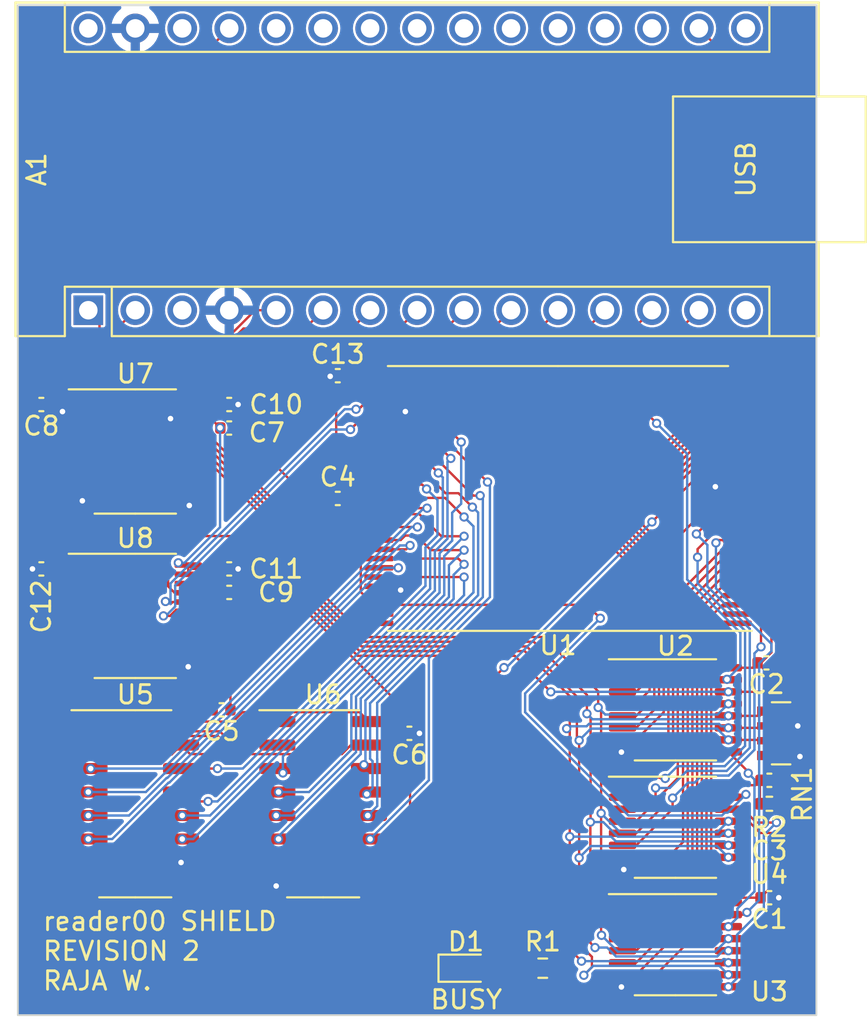
<source format=kicad_pcb>
(kicad_pcb (version 20221018) (generator pcbnew)
  (title_block (title "reader00 Shield") (date "2024-02-21") (rev "2") (company "rwilliaise"))
  (layers (0 "F.Cu" signal) (31 "B.Cu" power) (34 "B.Paste" user) (35 "F.Paste" user) (36 "B.SilkS" user "B.Silkscreen") (37 "F.SilkS" user "F.Silkscreen") (38 "B.Mask" user) (39 "F.Mask" user) (44 "Edge.Cuts" user))
  (net 0 "")
  (net 1 "/arduino/P0")
  (net 2 "/arduino/P1")
  (net 4 "GND")
  (net 5 "/arduino/P2")
  (net 6 "/arduino/P3")
  (net 7 "/arduino/P4")
  (net 8 "/arduino/P5")
  (net 9 "/arduino/P6")
  (net 10 "/arduino/P7")
  (net 11 "/arduino/P8")
  (net 12 "/arduino/P9")
  (net 13 "/arduino/P10")
  (net 14 "/arduino/P11")
  (net 17 "+3V3")
  (net 27 "+5V")
  (net 30 "Net-(D1-K)")
  (net 31 "Net-(D1-A)")
  (net 32 "/arduino/D0")
  (net 33 "/arduino/D4")
  (net 34 "/arduino/D3")
  (net 35 "/arduino/D2")
  (net 36 "/arduino/D1")
  (net 38 "/flash/A22")
  (net 39 "/flash/A15")
  (net 40 "/flash/A14")
  (net 41 "/flash/A13")
  (net 42 "/flash/A12")
  (net 43 "/flash/A11")
  (net 44 "/flash/A10")
  (net 45 "/flash/A9")
  (net 46 "/flash/A8")
  (net 47 "/flash/A19")
  (net 48 "/flash/A20")
  (net 49 "/flash/A21")
  (net 50 "/flash/A18")
  (net 51 "/flash/A17")
  (net 52 "/flash/A7")
  (net 53 "/flash/A6")
  (net 54 "/flash/A5")
  (net 55 "/flash/A4")
  (net 56 "/flash/A3")
  (net 57 "/flash/A2")
  (net 58 "/flash/A1")
  (net 62 "/flash/A0")
  (net 63 "/arduino/D9")
  (net 64 "/arduino/D10")
  (net 65 "/flash/Q0")
  (net 66 "/flash/Q8")
  (net 67 "/flash/Q1")
  (net 68 "/flash/Q9")
  (net 69 "/flash/Q2")
  (net 70 "/flash/Q10")
  (net 71 "/flash/Q3")
  (net 72 "/flash/Q11")
  (net 73 "/flash/Q4")
  (net 74 "/flash/Q12")
  (net 75 "/flash/Q5")
  (net 76 "/flash/Q13")
  (net 77 "/flash/Q6")
  (net 78 "/flash/Q14")
  (net 79 "/flash/Q7")
  (net 80 "/flash/Q15")
  (net 81 "/flash/A16")
  (net 84 "Net-(U2-QH')")
  (net 85 "Net-(U3-QH')")
  (net 88 "/arduino/D7")
  (net 89 "/arduino/D6")
  (net 91 "Net-(U5-Q7)")
  (net 92 "/arduino/D5")
  (net 94 "/arduino/D8")
  (footprint "Resistor_SMD:R_0603_1608Metric" (layer "F.Cu") (at 123.635 102.87)
    (fp_text reference "R1")
    (fp_text value "200")
  )
  (footprint "Package_SO:TSSOP-16_4.4x5mm_P0.65mm" (layer "F.Cu") (at 130.81 101.6)
    (fp_text reference "U3")
    (fp_text value "74HC595")
  )
  (footprint "Capacitor_SMD:C_0402_1005Metric" (layer "F.Cu") (at 106.68 81.28 180)
    (fp_text reference "C11")
    (fp_text value "0.1u")
  )
  (footprint "Capacitor_SMD:C_0402_1005Metric" (layer "F.Cu") (at 112.55 77.47)
    (fp_text reference "C4")
    (fp_text value "0.1u")
  )
  (footprint "Package_SO:SOIC-16_3.9x9.9mm_P1.27mm" (layer "F.Cu") (at 101.6 93.98)
    (fp_text reference "U5")
    (fp_text value "74HC165")
  )
  (footprint "Package_SO:TSSOP-16_4.4x5mm_P0.65mm" (layer "F.Cu") (at 130.81 95.25)
    (fp_text reference "U4")
    (fp_text value "74HC595")
  )
  (footprint "LED_SMD:LED_0603_1608Metric" (layer "F.Cu") (at 119.4825 102.87)
    (fp_text reference "D1")
    (fp_text value "520")
  )
  (footprint "Package_SO:TSSOP-24_4.4x6.5mm_P0.5mm" (layer "F.Cu") (at 101.6 74.93)
    (fp_text reference "U7")
    (fp_text value "SN74LVC4245APWR")
  )
  (footprint "Capacitor_SMD:C_0402_1005Metric" (layer "F.Cu") (at 135.735 86.36 180)
    (fp_text reference "C2")
    (fp_text value "0.1u")
  )
  (footprint "Capacitor_SMD:C_0402_1005Metric" (layer "F.Cu") (at 135.89 92.71 180)
    (fp_text reference "C3")
    (fp_text value "0.1u")
  )
  (footprint "Capacitor_SMD:C_0402_1005Metric" (layer "F.Cu") (at 96.52 72.39 180)
    (fp_text reference "C8")
    (fp_text value "0.1u")
  )
  (footprint "Module:Arduino_Nano" (layer "F.Cu") (at 99.06 67.29 90)
    (fp_text reference "A1")
    (fp_text value "Arduino Nano Every")
  )
  (footprint "Capacitor_SMD:C_0402_1005Metric" (layer "F.Cu") (at 116.425 90.17 180)
    (fp_text reference "C6")
    (fp_text value "0.1u")
  )
  (footprint "Capacitor_SMD:C_0402_1005Metric" (layer "F.Cu") (at 96.52 81.28 180)
    (fp_text reference "C12")
    (fp_text value "0.1u")
  )
  (footprint "Capacitor_SMD:C_0402_1005Metric" (layer "F.Cu") (at 106.68 72.39 180)
    (fp_text reference "C10")
    (fp_text value "0.1u")
  )
  (footprint "Package_SO:TSSOP-24_4.4x6.5mm_P0.5mm" (layer "F.Cu") (at 101.6 83.82)
    (fp_text reference "U8")
    (fp_text value "SN74LVC4245APWR")
  )
  (footprint "Resistor_SMD:R_0402_1005Metric" (layer "F.Cu") (at 135.89 93.98)
    (fp_text reference "R2")
    (fp_text value "4.7k")
  )
  (footprint "Capacitor_SMD:C_0402_1005Metric" (layer "F.Cu") (at 112.55 70.83)
    (fp_text reference "C13")
    (fp_text value "0.1u")
  )
  (footprint "Capacitor_SMD:C_0402_1005Metric" (layer "F.Cu") (at 106.68 82.55 180)
    (fp_text reference "C9")
    (fp_text value "0.1u")
  )
  (footprint "Package_SO:TSSOP-16_4.4x5mm_P0.65mm" (layer "F.Cu") (at 130.81 88.9)
    (fp_text reference "U2")
    (fp_text value "74HC595")
  )
  (footprint "Resistor_SMD:R_Array_Convex_4x0603" (layer "F.Cu") (at 136.525 90.17 180)
    (fp_text reference "RN1")
    (fp_text value "4.7k")
  )
  (footprint "Package_SO:SOIC-16_3.9x9.9mm_P1.27mm" (layer "F.Cu") (at 111.76 93.98)
    (fp_text reference "U6")
    (fp_text value "74HC165")
  )
  (footprint "Capacitor_SMD:C_0402_1005Metric" (layer "F.Cu") (at 106.68 73.66 180)
    (fp_text reference "C7")
    (fp_text value "0.1u")
  )
  (footprint "Capacitor_SMD:C_0402_1005Metric" (layer "F.Cu") (at 106.265 88.9 180)
    (fp_text reference "C5")
    (fp_text value "0.1u")
  )
  (footprint "Capacitor_SMD:C_0402_1005Metric" (layer "F.Cu") (at 135.89 99.06 180)
    (fp_text reference "C1")
    (fp_text value "0.1u")
  )
  (footprint "Package_SO:TSOP-I-56_18.4x14mm_P0.5mm" (layer "F.Cu") (at 124.46 77.47 180)
    (fp_text reference "U1")
    (fp_text value "MX29GL128FHT2I-90G")
  )
  (gr_rect (start 95.25 50.8) (end 138.43 105.41) (stroke (width 0.1)) (fill none) (layer "Edge.Cuts"))
  (gr_text "reader00 SHIELD\nREVISION 2\nRAJA W." (at 96.52 104.14) (layer "F.SilkS") (effects (font (size 1 1)) (justify left bottom)))
  (gr_text "BUSY" (at 117.475 105.156) (layer "F.SilkS") (effects (font (size 1 1)) (justify left bottom)))
  (segment (start 99.6655 67.8955) (end 99.6655 72.989499) (width 0.127) (layer "F.Cu") (net 1))
  (segment (start 99.6655 72.989499) (end 99.474999 73.18) (width 0.127) (layer "F.Cu") (net 1))
  (segment (start 99.474999 73.18) (end 98.7375 73.18) (width 0.127) (layer "F.Cu") (net 1))
  (segment (start 99.06 67.29) (end 99.6655 67.8955) (width 0.127) (layer "F.Cu") (net 1))
  (segment (start 100.457 68.433) (end 101.6 67.29) (width 0.127) (layer "F.Cu") (net 2))
  (segment (start 98.7375 73.68) (end 100.056 73.68) (width 0.127) (layer "F.Cu") (net 2))
  (segment (start 100.457 73.279) (end 100.457 68.433) (width 0.127) (layer "F.Cu") (net 2))
  (segment (start 100.056 73.68) (end 100.457 73.279) (width 0.127) (layer "F.Cu") (net 2))
  (segment (start 104.4625 73.18) (end 103.604 73.18) (width 0.127) (layer "F.Cu") (net 4))
  (segment (start 103.604 73.18) (end 103.505 73.279) (width 0.127) (layer "F.Cu") (net 4))
  (segment (start 133.084 76.72) (end 132.969 76.835) (width 0.127) (layer "F.Cu") (net 4))
  (segment (start 105.3905 82.260501) (end 105.3905 83.879499) (width 0.127) (layer "F.Cu") (net 4))
  (segment (start 98.7375 77.18) (end 98.7375 77.597) (width 0.127) (layer "F.Cu") (net 4))
  (segment (start 136.37 92.71) (end 137.543102 91.536898) (width 0.127) (layer "F.Cu") (net 4))
  (segment (start 98.7375 72.68) (end 97.754 72.68) (width 0.127) (layer "F.Cu") (net 4))
  (segment (start 105.199999 84.07) (end 104.4625 84.07) (width 0.127) (layer "F.Cu") (net 4))
  (segment (start 96.04 72.39) (end 96.04 81.28) (width 0.127) (layer "F.Cu") (net 4))
  (segment (start 127.9 91.175) (end 127.889 91.186) (width 0.127) (layer "F.Cu") (net 4))
  (segment (start 105.199999 82.07) (end 105.3905 82.260501) (width 0.127) (layer "F.Cu") (net 4))
  (segment (start 128.005 97.525) (end 128.016 97.536) (width 0.127) (layer "F.Cu") (net 4))
  (segment (start 106.745 88.9) (end 106.745 82.965) (width 0.127) (layer "F.Cu") (net 4))
  (segment (start 98.7375 83.57) (end 98.000001 83.57) (width 0.127) (layer "F.Cu") (net 4))
  (segment (start 98.7375 83.57) (end 98.7375 86.57) (width 0.127) (layer "F.Cu") (net 4))
  (segment (start 105.3905 83.879499) (end 105.199999 84.07) (width 0.127) (layer "F.Cu") (net 4))
  (segment (start 134.1475 76.72) (end 133.084 76.72) (width 0.127) (layer "F.Cu") (net 4))
  (segment (start 127.9475 91.175) (end 127.9 91.175) (width 0.127) (layer "F.Cu") (net 4))
  (segment (start 127.9475 97.525) (end 128.005 97.525) (width 0.127) (layer "F.Cu") (net 4))
  (segment (start 127.9475 103.875) (end 127.9 103.875) (width 0.127) (layer "F.Cu") (net 4))
  (segment (start 106.745 82.965) (end 107.16 82.55) (width 0.127) (layer "F.Cu") (net 4))
  (segment (start 112.07 77.47) (end 110.97 77.47) (width 0.127) (layer "F.Cu") (net 4))
  (segment (start 110.97 77.47) (end 107.16 73.66) (width 0.127) (layer "F.Cu") (net 4))
  (segment (start 107.16 82.55) (end 107.16 81.28) (width 0.127) (layer "F.Cu") (net 4))
  (segment (start 137.425 88.97) (end 137.425 87.57) (width 0.127) (layer "F.Cu") (net 4))
  (segment (start 137.425 89.77) (end 137.425 88.97) (width 0.127) (layer "F.Cu") (net 4))
  (segment (start 116.154 72.72) (end 116.205 72.771) (width 0.127) (layer "F.Cu") (net 4))
  (segment (start 115.748 82.22) (end 115.951 82.423) (width 0.127) (layer "F.Cu") (net 4))
  (segment (start 104.4625 82.07) (end 105.199999 82.07) (width 0.127) (layer "F.Cu") (net 4))
  (segment (start 107.16 73.66) (end 107.16 72.39) (width 0.127) (layer "F.Cu") (net 4))
  (segment (start 101.369999 97.155) (end 104.075 97.155) (width 0.127) (layer "F.Cu") (net 4))
  (segment (start 114.7725 72.72) (end 116.154 72.72) (width 0.127) (layer "F.Cu") (net 4))
  (segment (start 97.754 72.68) (end 97.663 72.771) (width 0.127) (layer "F.Cu") (net 4))
  (segment (start 109.285 98.425) (end 109.22 98.425) (width 0.127) (layer "F.Cu") (net 4))
  (segment (start 99.125 98.425) (end 100.099999 98.425) (width 0.127) (layer "F.Cu") (net 4))
  (segment (start 114.7725 82.22) (end 115.748 82.22) (width 0.127) (layer "F.Cu") (net 4))
  (segment (start 100.099999 98.425) (end 101.369999 97.155) (width 0.127) (layer "F.Cu") (net 4))
  (segment (start 104.4625 84.07) (end 104.4625 86.57) (width 0.127) (layer "F.Cu") (net 4))
  (segment (start 98.000001 83.57) (end 96.04 81.609999) (width 0.127) (layer "F.Cu") (net 4))
  (segment (start 136.37 99.06) (end 136.398 99.06) (width 0.127) (layer "F.Cu") (net 4))
  (segment (start 127.9 103.875) (end 127.889 103.886) (width 0.127) (layer "F.Cu") (net 4))
  (segment (start 137.425 87.57) (end 136.215 86.36) (width 0.127) (layer "F.Cu") (net 4))
  (segment (start 104.4625 77.68) (end 104.4625 77.7925) (width 0.127) (layer "F.Cu") (net 4))
  (segment (start 112.105 70.83) (end 112.141 70.866) (width 0.127) (layer "F.Cu") (net 4))
  (segment (start 112.07 70.83) (end 112.105 70.83) (width 0.127) (layer "F.Cu") (net 4))
  (segment (start 96.04 81.609999) (end 96.04 81.28) (width 0.127) (layer "F.Cu") (net 4))
  (segment (start 137.543102 91.536898) (end 137.543102 91.425436) (width 0.127) (layer "F.Cu") (net 4))
  (segment (start 104.4625 77.7925) (end 104.521 77.851) (width 0.127) (layer "F.Cu") (net 4))
  (segment (start 116.905 90.17) (end 116.967 90.17) (width 0.127) (layer "F.Cu") (net 4))
  (segment (start 98.7375 77.68) (end 98.7375 77.597) (width 0.127) (layer "F.Cu") (net 4))
  (via (at 103.505 73.152) (size 0.5) (drill 0.3) (layers "F.Cu" "B.Cu") (net 4))
  (via (at 116.967 90.17) (size 0.5) (drill 0.3) (layers "F.Cu" "B.Cu") (net 4))
  (via (at 127.889 103.886) (size 0.5) (drill 0.3) (layers "F.Cu" "B.Cu") (net 4))
  (via (at 137.543102 91.425436) (size 0.5) (drill 0.3) (layers "F.Cu" "B.Cu") (net 4))
  (via (at 104.521 77.851) (size 0.5) (drill 0.3) (layers "F.Cu" "B.Cu") (net 4))
  (via (at 97.663 72.771) (size 0.5) (drill 0.3) (layers "F.Cu" "B.Cu") (net 4))
  (via (at 115.951 82.423) (size 0.5) (drill 0.3) (layers "F.Cu" "B.Cu") (net 4))
  (via (at 116.205 72.771) (size 0.5) (drill 0.3) (layers "F.Cu" "B.Cu") (net 4))
  (via (at 136.398 99.06) (size 0.5) (drill 0.3) (layers "F.Cu" "B.Cu") (net 4))
  (via (at 128.016 97.536) (size 0.5) (drill 0.3) (layers "F.Cu" "B.Cu") (net 4))
  (via (at 112.141 70.866) (size 0.5) (drill 0.3) (layers "F.Cu" "B.Cu") (net 4))
  (via (at 98.7375 77.597) (size 0.5) (drill 0.3) (layers "F.Cu" "B.Cu") (net 4))
  (via (at 137.425 89.77) (size 0.5) (drill 0.3) (layers "F.Cu" "B.Cu") (net 4))
  (via (at 107.16 72.39) (size 0.5) (drill 0.3) (layers "F.Cu" "B.Cu") (net 4))
  (via (at 107.16 81.28) (size 0.5) (drill 0.3) (layers "F.Cu" "B.Cu") (net 4))
  (via (at 127.889 91.186) (size 0.5) (drill 0.3) (layers "F.Cu" "B.Cu") (net 4))
  (via (at 104.075 97.155) (size 0.5) (drill 0.3) (layers "F.Cu" "B.Cu") (net 4))
  (via (at 96.04 81.28) (size 0.5) (drill 0.3) (layers "F.Cu" "B.Cu") (net 4))
  (via (at 132.969 76.835) (size 0.5) (drill 0.3) (layers "F.Cu" "B.Cu") (net 4))
  (via (at 109.22 98.425) (size 0.5) (drill 0.3) (layers "F.Cu" "B.Cu") (net 4))
  (via (at 104.4625 86.57) (size 0.5) (drill 0.3) (layers "F.Cu" "B.Cu") (net 4))
  (segment (start 132.969 76.835) (end 133.096 76.835) (width 0.127) (layer "B.Cu") (net 4))
  (segment (start 133.096 76.835) (end 133.223 76.708) (width 0.127) (layer "B.Cu") (net 4))
  (segment (start 98.7495 74.168) (end 98.7375 74.18) (width 0.127) (layer "F.Cu") (net 5))
  (segment (start 108.080779 67.29) (end 106.580279 68.7905) (width 0.127) (layer "F.Cu") (net 5))
  (segment (start 103.504058 68.7905) (end 100.711 71.583558) (width 0.127) (layer "F.Cu") (net 5))
  (segment (start 100.711 71.583558) (end 100.711 73.38421) (width 0.127) (layer "F.Cu") (net 5))
  (segment (start 109.22 67.29) (end 108.080779 67.29) (width 0.127) (layer "F.Cu") (net 5))
  (segment (start 99.92721 74.168) (end 98.7495 74.168) (width 0.127) (layer "F.Cu") (net 5))
  (segment (start 100.711 73.38421) (end 99.92721 74.168) (width 0.127) (layer "F.Cu") (net 5))
  (segment (start 106.580279 68.7905) (end 103.504058 68.7905) (width 0.127) (layer "F.Cu") (net 5))
  (segment (start 100.965 71.688768) (end 100.965 73.48942) (width 0.127) (layer "F.Cu") (net 6))
  (segment (start 110.7695 68.2805) (end 107.449489 68.2805) (width 0.127) (layer "F.Cu") (net 6))
  (segment (start 111.76 67.29) (end 110.7695 68.2805) (width 0.127) (layer "F.Cu") (net 6))
  (segment (start 107.449489 68.2805) (end 106.685489 69.0445) (width 0.127) (layer "F.Cu") (net 6))
  (segment (start 106.685489 69.0445) (end 103.609268 69.0445) (width 0.127) (layer "F.Cu") (net 6))
  (segment (start 99.77442 74.68) (end 98.7375 74.68) (width 0.127) (layer "F.Cu") (net 6))
  (segment (start 100.965 73.48942) (end 99.77442 74.68) (width 0.127) (layer "F.Cu") (net 6))
  (segment (start 103.609268 69.0445) (end 100.965 71.688768) (width 0.127) (layer "F.Cu") (net 6))
  (segment (start 101.219 73.59463) (end 99.63363 75.18) (width 0.127) (layer "F.Cu") (net 7))
  (segment (start 103.714478 69.2985) (end 101.219 71.793978) (width 0.127) (layer "F.Cu") (net 7))
  (segment (start 113.0555 68.5345) (end 107.554699 68.5345) (width 0.127) (layer "F.Cu") (net 7))
  (segment (start 114.3 67.29) (end 113.0555 68.5345) (width 0.127) (layer "F.Cu") (net 7))
  (segment (start 99.63363 75.18) (end 98.7375 75.18) (width 0.127) (layer "F.Cu") (net 7))
  (segment (start 106.790699 69.2985) (end 103.714478 69.2985) (width 0.127) (layer "F.Cu") (net 7))
  (segment (start 101.219 71.793978) (end 101.219 73.59463) (width 0.127) (layer "F.Cu") (net 7))
  (segment (start 107.554699 68.5345) (end 106.790699 69.2985) (width 0.127) (layer "F.Cu") (net 7))
  (segment (start 115.55 68.58) (end 114.39803 68.58) (width 0.127) (layer "F.Cu") (net 8))
  (segment (start 114.17253 68.8055) (end 107.642909 68.8055) (width 0.127) (layer "F.Cu") (net 8))
  (segment (start 99.49284 75.68) (end 98.7375 75.68) (width 0.127) (layer "F.Cu") (net 8))
  (segment (start 101.473 73.69984) (end 99.49284 75.68) (width 0.127) (layer "F.Cu") (net 8))
  (segment (start 101.473 71.899188) (end 101.473 73.69984) (width 0.127) (layer "F.Cu") (net 8))
  (segment (start 116.84 67.29) (end 115.55 68.58) (width 0.127) (layer "F.Cu") (net 8))
  (segment (start 114.39803 68.58) (end 114.17253 68.8055) (width 0.127) (layer "F.Cu") (net 8))
  (segment (start 103.819688 69.5525) (end 101.473 71.899188) (width 0.127) (layer "F.Cu") (net 8))
  (segment (start 107.642909 68.8055) (end 106.895909 69.5525) (width 0.127) (layer "F.Cu") (net 8))
  (segment (start 106.895909 69.5525) (end 103.819688 69.5525) (width 0.127) (layer "F.Cu") (net 8))
  (segment (start 114.27774 69.0595) (end 107.748119 69.0595) (width 0.127) (layer "F.Cu") (net 9))
  (segment (start 107.001119 69.8065) (end 103.924898 69.8065) (width 0.127) (layer "F.Cu") (net 9))
  (segment (start 117.836 68.834) (end 114.50324 68.834) (width 0.127) (layer "F.Cu") (net 9))
  (segment (start 103.924898 69.8065) (end 101.727 72.004398) (width 0.127) (layer "F.Cu") (net 9))
  (segment (start 114.50324 68.834) (end 114.27774 69.0595) (width 0.127) (layer "F.Cu") (net 9))
  (segment (start 101.727 72.004398) (end 101.727 73.927999) (width 0.127) (layer "F.Cu") (net 9))
  (segment (start 119.38 67.29) (end 117.836 68.834) (width 0.127) (layer "F.Cu") (net 9))
  (segment (start 99.474999 76.18) (end 98.7375 76.18) (width 0.127) (layer "F.Cu") (net 9))
  (segment (start 107.748119 69.0595) (end 107.001119 69.8065) (width 0.127) (layer "F.Cu") (net 9))
  (segment (start 101.727 73.927999) (end 99.474999 76.18) (width 0.127) (layer "F.Cu") (net 9))
  (segment (start 107.853329 69.3135) (end 107.106329 70.0605) (width 0.127) (layer "F.Cu") (net 10))
  (segment (start 101.981 72.109608) (end 101.981 74.173999) (width 0.127) (layer "F.Cu") (net 10))
  (segment (start 114.60845 69.088) (end 114.38295 69.3135) (width 0.127) (layer "F.Cu") (net 10))
  (segment (start 107.106329 70.0605) (end 104.030108 70.0605) (width 0.127) (layer "F.Cu") (net 10))
  (segment (start 101.981 74.173999) (end 99.474999 76.68) (width 0.127) (layer "F.Cu") (net 10))
  (segment (start 114.38295 69.3135) (end 107.853329 69.3135) (width 0.127) (layer "F.Cu") (net 10))
  (segment (start 99.474999 76.68) (end 98.7375 76.68) (width 0.127) (layer "F.Cu") (net 10))
  (segment (start 104.030108 70.0605) (end 101.981 72.109608) (width 0.127) (layer "F.Cu") (net 10))
  (segment (start 120.122 69.088) (end 114.60845 69.088) (width 0.127) (layer "F.Cu") (net 10))
  (segment (start 121.92 67.29) (end 120.122 69.088) (width 0.127) (layer "F.Cu") (net 10))
  (segment (start 99.6655 78.802661) (end 99.6655 81.257052) (width 0.127) (layer "F.Cu") (net 11))
  (segment (start 102.235 76.233161) (end 99.6655 78.802661) (width 0.127) (layer "F.Cu") (net 11))
  (segment (start 104.135318 70.3145) (end 102.235 72.214818) (width 0.127) (layer "F.Cu") (net 11))
  (segment (start 102.235 72.214818) (end 102.235 76.233161) (width 0.127) (layer "F.Cu") (net 11))
  (segment (start 114.71366 69.342) (end 114.48816 69.5675) (width 0.127) (layer "F.Cu") (net 11))
  (segment (start 124.46 67.29) (end 122.408 69.342) (width 0.127) (layer "F.Cu") (net 11))
  (segment (start 122.408 69.342) (end 114.71366 69.342) (width 0.127) (layer "F.Cu") (net 11))
  (segment (start 99.352552 81.57) (end 98.7375 81.57) (width 0.127) (layer "F.Cu") (net 11))
  (segment (start 114.48816 69.5675) (end 107.958539 69.5675) (width 0.127) (layer "F.Cu") (net 11))
  (segment (start 107.211539 70.3145) (end 104.135318 70.3145) (width 0.127) (layer "F.Cu") (net 11))
  (segment (start 107.958539 69.5675) (end 107.211539 70.3145) (width 0.127) (layer "F.Cu") (net 11))
  (segment (start 99.6655 81.257052) (end 99.352552 81.57) (width 0.127) (layer "F.Cu") (net 11))
  (segment (start 114.59337 69.8215) (end 108.063749 69.8215) (width 0.127) (layer "F.Cu") (net 12))
  (segment (start 114.81887 69.596) (end 114.59337 69.8215) (width 0.127) (layer "F.Cu") (net 12))
  (segment (start 107.316749 70.5685) (end 104.240528 70.5685) (width 0.127) (layer "F.Cu") (net 12))
  (segment (start 99.9195 81.625499) (end 99.474999 82.07) (width 0.127) (layer "F.Cu") (net 12))
  (segment (start 99.474999 82.07) (end 98.7375 82.07) (width 0.127) (layer "F.Cu") (net 12))
  (segment (start 102.489 72.320028) (end 102.489 76.338371) (width 0.127) (layer "F.Cu") (net 12))
  (segment (start 102.489 76.338371) (end 99.9195 78.907871) (width 0.127) (layer "F.Cu") (net 12))
  (segment (start 124.694 69.596) (end 114.81887 69.596) (width 0.127) (layer "F.Cu") (net 12))
  (segment (start 108.063749 69.8215) (end 107.316749 70.5685) (width 0.127) (layer "F.Cu") (net 12))
  (segment (start 127 67.29) (end 124.694 69.596) (width 0.127) (layer "F.Cu") (net 12))
  (segment (start 104.240528 70.5685) (end 102.489 72.320028) (width 0.127) (layer "F.Cu") (net 12))
  (segment (start 99.9195 78.907871) (end 99.9195 81.625499) (width 0.127) (layer "F.Cu") (net 12))
  (segment (start 126.98 69.85) (end 114.92408 69.85) (width 0.127) (layer "F.Cu") (net 13))
  (segment (start 107.421959 70.8225) (end 104.345738 70.8225) (width 0.127) (layer "F.Cu") (net 13))
  (segment (start 100.1735 79.013081) (end 100.1735 81.749052) (width 0.127) (layer "F.Cu") (net 13))
  (segment (start 114.69858 70.0755) (end 108.168959 70.0755) (width 0.127) (layer "F.Cu") (net 13))
  (segment (start 102.743 76.443581) (end 100.1735 79.013081) (width 0.127) (layer "F.Cu") (net 13))
  (segment (start 108.168959 70.0755) (end 107.421959 70.8225) (width 0.127) (layer "F.Cu") (net 13))
  (segment (start 129.54 67.29) (end 126.98 69.85) (width 0.127) (layer "F.Cu") (net 13))
  (segment (start 114.92408 69.85) (end 114.69858 70.0755) (width 0.127) (layer "F.Cu") (net 13))
  (segment (start 102.743 72.425238) (end 102.743 76.443581) (width 0.127) (layer "F.Cu") (net 13))
  (segment (start 99.352552 82.57) (end 98.7375 82.57) (width 0.127) (layer "F.Cu") (net 13))
  (segment (start 104.345738 70.8225) (end 102.743 72.425238) (width 0.127) (layer "F.Cu") (net 13))
  (segment (start 100.1735 81.749052) (end 99.352552 82.57) (width 0.127) (layer "F.Cu") (net 13))
  (segment (start 108.274169 70.3295) (end 107.527169 71.0765) (width 0.127) (layer "F.Cu") (net 14))
  (segment (start 99.352552 83.07) (end 98.7375 83.07) (width 0.127) (layer "F.Cu") (net 14))
  (segment (start 102.997 76.548791) (end 100.457 79.088791) (width 0.127) (layer "F.Cu") (net 14))
  (segment (start 132.08 67.29) (end 129.266 70.104) (width 0.127) (layer "F.Cu") (net 14))
  (segment (start 114.80379 70.3295) (end 108.274169 70.3295) (width 0.127) (layer "F.Cu") (net 14))
  (segment (start 104.450948 71.0765) (end 102.997 72.530448) (width 0.127) (layer "F.Cu") (net 14))
  (segment (start 129.266 70.104) (end 115.02929 70.104) (width 0.127) (layer "F.Cu") (net 14))
  (segment (start 100.457 81.965552) (end 99.352552 83.07) (width 0.127) (layer "F.Cu") (net 14))
  (segment (start 115.02929 70.104) (end 114.80379 70.3295) (width 0.127) (layer "F.Cu") (net 14))
  (segment (start 100.457 79.088791) (end 100.457 81.965552) (width 0.127) (layer "F.Cu") (net 14))
  (segment (start 102.997 72.530448) (end 102.997 76.548791) (width 0.127) (layer "F.Cu") (net 14))
  (segment (start 107.527169 71.0765) (end 104.450948 71.0765) (width 0.127) (layer "F.Cu") (net 14))
  (segment (start 138.0155 96.4545) (end 135.41 99.06) (width 0.127) (layer "F.Cu") (net 17))
  (segment (start 135.38 92.74) (end 135.41 92.71) (width 0.127) (layer "F.Cu") (net 17))
  (segment (start 126.0395 104.4495) (end 128.5241 104.4495) (width 0.127) (layer "F.Cu") (net 17))
  (segment (start 105.99 72.18) (end 106.2 72.39) (width 0.127) (layer "F.Cu") (net 17))
  (segment (start 114.7725 70.72) (end 115.1345 70.358) (width 0.127) (layer "F.Cu") (net 17))
  (segment (start 115.1345 70.358) (end 130.556 70.358) (width 0.127) (layer "F.Cu") (net 17))
  (segment (start 104.4625 81.57) (end 105.22 81.57) (width 0.127) (layer "F.Cu") (net 17))
  (segment (start 112.4665 76.9065) (end 113.03 77.47) (width 0.127) (layer "F.Cu") (net 17))
  (segment (start 104.6725 81.28) (end 104.4625 81.07) (width 0.127) (layer "F.Cu") (net 17))
  (segment (start 136.2155 91.9045) (end 135.41 92.71) (width 0.127) (layer "F.Cu") (net 17))
  (segment (start 105.15 89.535) (end 105.785 88.9) (width 0.127) (layer "F.Cu") (net 17))
  (segment (start 114.6625 70.83) (end 114.7725 70.72) (width 0.127) (layer "F.Cu") (net 17))
  (segment (start 136.4695 87.5745) (end 135.255 86.36) (width 0.127) (layer "F.Cu") (net 17))
  (segment (start 133.6725 99.325) (end 133.9375 99.06) (width 0.127) (layer "F.Cu") (net 17))
  (segment (start 134.934999 77.72) (end 135.1255 77.529499) (width 0.127) (layer "F.Cu") (net 17))
  (segment (start 136.001 85.79272) (end 135.43372 86.36) (width 0.127) (layer "F.Cu") (net 17))
  (segment (start 124.46 102.87) (end 126.0395 104.4495) (width 0.127) (layer "F.Cu") (net 17))
  (segment (start 106.2 87.41) (end 106.2 82.55) (width 0.127) (layer "F.Cu") (net 17))
  (segment (start 113.03 70.83) (end 112.4665 71.3935) (width 0.127) (layer "F.Cu") (net 17))
  (segment (start 113.7945 78.2345) (end 113.7945 82.529499) (width 0.127) (layer "F.Cu") (net 17))
  (segment (start 104.075 89.535) (end 105.15 89.535) (width 0.127) (layer "F.Cu") (net 17))
  (segment (start 106.2 81.28) (end 104.6725 81.28) (width 0.127) (layer "F.Cu") (net 17))
  (segment (start 135.43372 86.36) (end 135.255 86.36) (width 0.127) (layer "F.Cu") (net 17))
  (segment (start 114.235 89.535) (end 113.727 89.027) (width 0.127) (layer "F.Cu") (net 17))
  (segment (start 130.556 70.358) (end 133.0705 67.8435) (width 0.127) (layer "F.Cu") (net 17))
  (segment (start 138.0155 90.9605) (end 138.0155 96.4545) (width 0.127) (layer "F.Cu") (net 17))
  (segment (start 105.22 72.68) (end 106.186 73.646) (width 0.127) (layer "F.Cu") (net 17))
  (segment (start 136.2155 91.5795) (end 136.2155 91.9045) (width 0.127) (layer "F.Cu") (net 17))
  (segment (start 137.225 90.57) (end 136.4695 89.8145) (width 0.127) (layer "F.Cu") (net 17))
  (segment (start 104.4625 72.68) (end 105.22 72.68) (width 0.127) (layer "F.Cu") (net 17))
  (segment (start 113.7945 82.529499) (end 113.985001 82.72) (width 0.127) (layer "F.Cu") (net 17))
  (segment (start 104.075 89.535) (end 106.2 87.41) (width 0.127) (layer "F.Cu") (net 17))
  (segment (start 133.9375 99.06) (end 135.41 99.06) (width 0.127) (layer "F.Cu") (net 17))
  (segment (start 105.22 81.57) (end 106.2 82.55) (width 0.127) (layer "F.Cu") (net 17))
  (segment (start 113.727 89.027) (end 107.39928 89.027) (width 0.127) (layer "F.Cu") (net 17))
  (segment (start 135.38 93.98) (end 135.38 92.74) (width 0.127) (layer "F.Cu") (net 17))
  (segment (start 134.99 86.625) (end 135.255 86.36) (width 0.127) (layer "F.Cu") (net 17))
  (segment (start 136.4695 89.8145) (end 136.4695 87.5745) (width 0.127) (layer "F.Cu") (net 17))
  (segment (start 128.5241 104.4495) (end 132.7445 100.2291) (width 0.127) (layer "F.Cu") (net 17))
  (segment (start 107.39928 89.027) (end 106.89128 89.535) (width 0.127) (layer "F.Cu") (net 17))
  (segment (start 133.1714 99.325) (end 133.6725 99.325) (width 0.127) (layer "F.Cu") (net 17))
  (segment (start 133.0705 67.8435) (end 133.0705 53.0405) (width 0.127) (layer "F.Cu") (net 17))
  (segment (start 137.425 90.57) (end 137.625 90.57) (width 0.127) (layer "F.Cu") (net 17))
  (segment (start 106.2 72.39) (end 107.2595 71.3305) (width 0.127) (layer "F.Cu") (net 17))
  (segment (start 106.89128 89.535) (end 105.15 89.535) (width 0.127) (layer "F.Cu") (net 17))
  (segment (start 113.03 77.47) (end 113.7945 78.2345) (width 0.127) (layer "F.Cu") (net 17))
  (segment (start 133.6725 86.625) (end 134.99 86.625) (width 0.127) (layer "F.Cu") (net 17))
  (segment (start 104.4625 72.18) (end 104.4625 72.68) (width 0.127) (layer "F.Cu") (net 17))
  (segment (start 137.225 90.57) (end 136.2155 91.5795) (width 0.127) (layer "F.Cu") (net 17))
  (segment (start 112.5295 71.3305) (end 113.03 70.83) (width 0.127) (layer "F.Cu") (net 17))
  (segment (start 135.1255 69.8985) (end 133.0705 67.8435) (width 0.127) (layer "F.Cu") (net 17))
  (segment (start 114.7725 77.72) (end 113.28 77.72) (width 0.127) (layer "F.Cu") (net 17))
  (segment (start 134.1475 77.72) (end 134.934999 77.72) (width 0.127) (layer "F.Cu") (net 17))
  (segment (start 137.625 90.57) (end 138.0155 90.9605) (width 0.127) (layer "F.Cu") (net 17))
  (segment (start 112.4665 71.3935) (end 112.4665 76.9065) (width 0.127) (layer "F.Cu") (net 17))
  (segment (start 106.2 73.66) (end 106.186 73.646) (width 0.127) (layer "F.Cu") (net 17))
  (segment (start 134.934999 78.22) (end 136.001 79.286001) (width 0.127) (layer "F.Cu") (net 17))
  (segment (start 133.0705 53.0405) (end 132.08 52.05) (width 0.127) (layer "F.Cu") (net 17))
  (segment (start 134.1475 78.22) (end 134.1475 77.72) (width 0.127) (layer "F.Cu") (net 17))
  (segment (start 132.7445 100.2291) (end 132.7445 99.7519) (width 0.127) (layer "F.Cu") (net 17))
  (segment (start 135.1255 77.529499) (end 135.1255 69.8985) (width 0.127) (layer "F.Cu") (net 17))
  (segment (start 104.4625 81.07) (end 104.0479 81.07) (width 0.127) (layer "F.Cu") (net 17))
  (segment (start 107.2595 71.3305) (end 112.5295 71.3305) (width 0.127) (layer "F.Cu") (net 17))
  (segment (start 104.0479 81.07) (end 103.927495 80.949595) (width 0.127) (layer "F.Cu") (net 17))
  (segment (start 113.985001 82.72) (end 114.7725 82.72) (width 0.127) (layer "F.Cu") (net 17))
  (segment (start 134.1475 78.22) (end 134.934999 78.22) (width 0.127) (layer "F.Cu") (net 17))
  (segment (start 104.4625 81.57) (end 104.4625 81.07) (width 0.127) (layer "F.Cu") (net 17))
  (segment (start 132.7445 99.7519) (end 133.1714 99.325) (width 0.127) (layer "F.Cu") (net 17))
  (segment (start 104.4625 72.18) (end 105.99 72.18) (width 0.127) (layer "F.Cu") (net 17))
  (segment (start 115.31 89.535) (end 115.945 90.17) (width 0.127) (layer "F.Cu") (net 17))
  (segment (start 133.6725 92.975) (end 135.145 92.975) (width 0.127) (layer "F.Cu") (net 17))
  (segment (start 136.001 79.286001) (end 136.001 85.79272) (width 0.127) (layer "F.Cu") (net 17))
  (segment (start 113.28 77.72) (end 113.03 77.47) (width 0.127) (layer "F.Cu") (net 17))
  (segment (start 113.03 70.83) (end 114.6625 70.83) (width 0.127) (layer "F.Cu") (net 17))
  (segment (start 137.425 90.57) (end 137.225 90.57) (width 0.127) (layer "F.Cu") (net 17))
  (segment (start 135.145 92.975) (end 135.41 92.71) (width 0.127) (layer "F.Cu") (net 17))
  (segment (start 114.235 89.535) (end 115.31 89.535) (width 0.127) (layer "F.Cu") (net 17))
  (via (at 106.186 73.646) (size 0.5) (drill 0.3) (layers "F.Cu" "B.Cu") (net 17))
  (via (at 103.927495 80.949595) (size 0.5) (drill 0.3) (layers "F.Cu" "B.Cu") (net 17))
  (segment (start 106.186 79.02358) (end 104.259985 80.949595) (width 0.127) (layer "B.Cu") (net 17))
  (segment (start 104.259985 80.949595) (end 103.927495 80.949595) (width 0.127) (layer "B.Cu") (net 17))
  (segment (start 106.186 73.646) (end 106.186 79.02358) (width 0.127) (layer "B.Cu") (net 17))
  (segment (start 98.7375 72.18) (end 97.21 72.18) (width 0.127) (layer "F.Cu") (net 27))
  (segment (start 98.0695 71.512) (end 98.0695 60.6605) (width 0.127) (layer "F.Cu") (net 27))
  (segment (start 97 81.28) (end 97 72.39) (width 0.127) (layer "F.Cu") (net 27))
  (segment (start 98.7375 72.18) (end 98.0695 71.512) (width 0.127) (layer "F.Cu") (net 27))
  (segment (start 97.21 81.07) (end 98.7375 81.07) (width 0.127) (layer "F.Cu") (net 27))
  (segment (start 97.21 72.18) (end 97 72.39) (width 0.127) (layer "F.Cu") (net 27))
  (segment (start 97 81.28) (end 97.21 81.07) (width 0.127) (layer "F.Cu") (net 27))
  (segment (start 98.0695 60.6605) (end 106.68 52.05) (width 0.127) (layer "F.Cu") (net 27))
  (segment (start 121.539 86.614) (end 118.695 89.458) (width 0.127) (layer "F.Cu") (net 30))
  (segment (start 134.1475 76.22) (end 132.06 76.22) (width 0.127) (layer "F.Cu") (net 30))
  (segment (start 132.06 76.22) (end 129.54 78.74) (width 0.127) (layer "F.Cu") (net 30))
  (segment (start 118.695 89.458) (end 118.695 102.87) (width 0.127) (layer "F.Cu") (net 30))
  (via (at 129.54 78.74) (size 0.5) (drill 0.3) (layers "F.Cu" "B.Cu") (net 30))
  (via (at 121.539 86.614) (size 0.5) (drill 0.3) (layers "F.Cu" "B.Cu") (net 30))
  (segment (start 129.54 78.74) (end 121.666 86.614) (width 0.127) (layer "B.Cu") (net 30))
  (segment (start 121.666 86.614) (end 121.539 86.614) (width 0.127) (layer "B.Cu") (net 30))
  (segment (start 120.27 102.87) (end 122.81 102.87) (width 0.127) (layer "F.Cu") (net 31))
  (segment (start 114.046 84.963) (end 123.698 84.963) (width 0.127) (layer "F.Cu") (net 32))
  (segment (start 136.4 93.98) (end 136.8345 94.4145) (width 0.127) (layer "F.Cu") (net 32))
  (segment (start 104.4625 73.68) (end 105.199999 73.68) (width 0.127) (layer "F.Cu") (net 32))
  (segment (start 123.698 84.963) (end 126.632089 87.897089) (width 0.127) (layer "F.Cu") (net 32))
  (segment (start 136.50441 95.5595) (end 135.397778 95.5595) (width 0.127) (layer "F.Cu") (net 32))
  (segment (start 126.791474 94.495767) (end 126.791474 101.070192) (width 0.127) (layer "F.Cu") (net 32))
  (segment (start 134.763278 94.925) (end 133.6725 94.925) (width 0.127) (layer "F.Cu") (net 32))
  (segment (start 126.791474 88.932385) (end 126.632089 88.773) (width 0.127) (layer "F.Cu") (net 32))
  (segment (start 136.8345 94.4145) (end 136.8345 95.22941) (width 0.127) (layer "F.Cu") (net 32))
  (segment (start 126.791474 94.495767) (end 126.791474 88.932385) (width 0.127) (layer "F.Cu") (net 32))
  (segment (start 136.8345 95.22941) (end 136.50441 95.5595) (width 0.127) (layer "F.Cu") (net 32))
  (segment (start 111.887 82.804) (end 114.046 84.963) (width 0.127) (layer "F.Cu") (net 32))
  (segment (start 126.632089 87.897089) (end 126.632089 88.773) (width 0.127) (layer "F.Cu") (net 32))
  (segment (start 111.887 80.367001) (end 111.887 82.804) (width 0.127) (layer "F.Cu") (net 32))
  (segment (start 105.199999 73.68) (end 111.887 80.367001) (width 0.127) (layer "F.Cu") (net 32))
  (segment (start 135.397778 95.5595) (end 134.763278 94.925) (width 0.127) (layer "F.Cu") (net 32))
  (segment (start 126.791474 101.070192) (end 126.81315 101.091868) (width 0.127) (layer "F.Cu") (net 32))
  (via (at 133.6725 88.575) (size 0.5) (drill 0.3) (layers "F.Cu" "B.Cu") (net 32))
  (via (at 126.632089 88.773) (size 0.5) (drill 0.3) (layers "F.Cu" "B.Cu") (net 32))
  (via (at 126.791474 94.495767) (size 0.5) (drill 0.3) (layers "F.Cu" "B.Cu") (net 32))
  (via (at 133.6725 94.925) (size 0.5) (drill 0.3) (layers "F.Cu" "B.Cu") (net 32))
  (via (at 126.81315 101.091868) (size 0.5) (drill 0.3) (layers "F.Cu" "B.Cu") (net 32))
  (via (at 133.6725 101.275) (size 0.5) (drill 0.3) (layers "F.Cu" "B.Cu") (net 32))
  (segment (start 133.4725 101.475) (end 133.467012 101.475) (width 0.127) (layer "B.Cu") (net 32))
  (segment (start 127.013089 89.154) (end 126.632089 88.773) (width 0.127) (layer "B.Cu") (net 32))
  (segment (start 133.6725 101.275) (end 133.4725 101.475) (width 0.127) (layer "B.Cu") (net 32))
  (segment (start 133.467012 95.125) (end 133.088012 95.504) (width 0.127) (layer "B.Cu") (net 32))
  (segment (start 133.480512 88.7615) (end 133.088012 89.154) (width 0.127) (layer "B.Cu") (net 32))
  (segment (start 133.088012 89.154) (end 127.013089 89.154) (width 0.127) (layer "B.Cu") (net 32))
  (segment (start 133.467012 101.475) (end 132.961012 101.981) (width 0.127) (layer "B.Cu") (net 32))
  (segment (start 133.4725 95.125) (end 133.467012 95.125) (width 0.127) (layer "B.Cu") (net 32))
  (segment (start 133.486 88.7615) (end 133.480512 88.7615) (width 0.127) (layer "B.Cu") (net 32))
  (segment (start 132.961012 101.981) (end 127.702282 101.981) (width 0.127) (layer "B.Cu") (net 32))
  (segment (start 133.6725 88.575) (end 133.486 88.7615) (width 0.127) (layer "B.Cu") (net 32))
  (segment (start 133.088012 95.504) (end 127.799707 95.504) (width 0.127) (layer "B.Cu") (net 32))
  (segment (start 127.702282 101.981) (end 126.81315 101.091868) (width 0.127) (layer "B.Cu") (net 32))
  (segment (start 133.6725 94.925) (end 133.4725 95.125) (width 0.127) (layer "B.Cu") (net 32))
  (segment (start 127.799707 95.504) (end 126.791474 94.495767) (width 0.127) (layer "B.Cu") (net 32))
  (segment (start 105.763159 75.68) (end 110.871 80.787841) (width 0.127) (layer "F.Cu") (net 33))
  (segment (start 136.2155 90.9295) (end 136.2155 88.4635) (width 0.127) (layer "F.Cu") (net 33))
  (segment (start 135.677 87.925) (end 133.6725 87.925) (width 0.127) (layer "F.Cu") (net 33))
  (segment (start 110.871 80.787841) (end 110.871 83.22484) (width 0.127) (layer "F.Cu") (net 33))
  (segment (start 136.2155 88.4635) (end 135.677 87.925) (width 0.127) (layer "F.Cu") (net 33))
  (segment (start 113.62516 85.979) (end 122.11965 85.979) (width 0.127) (layer "F.Cu") (net 33))
  (segment (start 110.871 83.22484) (end 113.62516 85.979) (width 0.127) (layer "F.Cu") (net 33))
  (segment (start 135.625 91.37) (end 135.775 91.37) (width 0.127) (layer "F.Cu") (net 33))
  (segment (start 122.11965 85.979) (end 124.06928 87.92863) (width 0.127) (layer "F.Cu") (net 33))
  (segment (start 104.4625 75.68) (end 105.763159 75.68) (width 0.127) (layer "F.Cu") (net 33))
  (segment (start 135.775 91.37) (end 136.2155 90.9295) (width 0.127) (layer "F.Cu") (net 33))
  (via (at 133.6725 87.925) (size 0.5) (drill 0.3) (layers "F.Cu" "B.Cu") (net 33))
  (via (at 124.06928 87.92863) (size 0.5) (drill 0.3) (layers "F.Cu" "B.Cu") (net 33))
  (segment (start 124.07291 87.925) (end 124.06928 87.92863) (width 0.127) (layer "B.Cu") (net 33))
  (segment (start 133.6725 87.925) (end 124.07291 87.925) (width 0.127) (layer "B.Cu") (net 33))
  (segment (start 122.66256 85.725) (end 125.095 88.15744) (width 0.127) (layer "F.Cu") (net 34))
  (segment (start 133.6725 89.875) (end 135.52 89.875) (width 0.127) (layer "F.Cu") (net 34))
  (segment (start 111.125 80.682631) (end 111.125 83.11963) (width 0.127) (layer "F.Cu") (net 34))
  (segment (start 111.125 83.11963) (end 113.73037 85.725) (width 0.127) (layer "F.Cu") (net 34))
  (segment (start 135.52 89.875) (end 135.625 89.77) (width 0.127) (layer "F.Cu") (net 34))
  (segment (start 113.73037 85.725) (end 122.66256 85.725) (width 0.127) (layer "F.Cu") (net 34))
  (segment (start 105.622369 75.18) (end 111.125 80.682631) (width 0.127) (layer "F.Cu") (net 34))
  (segment (start 125.095 95.758) (end 125.095 101.854) (width 0.127) (layer "F.Cu") (net 34))
  (segment (start 104.4625 75.18) (end 105.622369 75.18) (width 0.127) (layer "F.Cu") (net 34))
  (segment (start 125.095 101.854) (end 125.73 102.489) (width 0.127) (layer "F.Cu") (net 34))
  (segment (start 125.095 88.15744) (end 125.095 95.758) (width 0.127) (layer "F.Cu") (net 34))
  (via (at 125.095 95.758) (size 0.5) (drill 0.3) (layers "F.Cu" "B.Cu") (net 34))
  (via (at 133.6725 96.225) (size 0.5) (drill 0.3) (layers "F.Cu" "B.Cu") (net 34))
  (via (at 124.9285 89.916) (size 0.5) (drill 0.3) (layers "F.Cu" "B.Cu") (net 34))
  (via (at 133.6725 102.575) (size 0.5) (drill 0.3) (layers "F.Cu" "B.Cu") (net 34))
  (via (at 125.73 102.489) (size 0.5) (drill 0.3) (layers "F.Cu" "B.Cu") (net 34))
  (via (at 133.6725 89.875) (size 0.5) (drill 0.3) (layers "F.Cu" "B.Cu") (net 34))
  (segment (start 133.16871 89.662) (end 133.29571 89.789) (width 0.127) (layer "B.Cu") (net 34))
  (segment (start 124.9285 89.916) (end 125.0555 89.789) (width 0.127) (layer "B.Cu") (net 34))
  (segment (start 133.409709 102.375001) (end 133.472501 102.375001) (width 0.127) (layer "B.Cu") (net 34))
  (segment (start 133.472501 102.375001) (end 133.6725 102.575) (width 0.127) (layer "B.Cu") (net 34))
  (segment (start 127.335287 95.758) (end 125.095 95.758) (width 0.127) (layer "B.Cu") (net 34))
  (segment (start 126.00578 89.789) (end 126.13278 89.662) (width 0.127) (layer "B.Cu") (net 34))
  (segment (start 125.0555 89.789) (end 126.00578 89.789) (width 0.127) (layer "B.Cu") (net 34))
  (segment (start 126.13278 89.662) (end 133.16871 89.662) (width 0.127) (layer "B.Cu") (net 34))
  (segment (start 133.29571 89.789) (end 133.5865 89.789) (width 0.127) (layer "B.Cu") (net 34))
  (segment (start 133.5865 89.789) (end 133.6725 89.875) (width 0.127) (layer "B.Cu") (net 34))
  (segment (start 125.73 102.489) (end 133.29571 102.489) (width 0.127) (layer "B.Cu") (net 34))
  (segment (start 133.6725 96.225) (end 133.4595 96.012) (width 0.127) (layer "B.Cu") (net 34))
  (segment (start 133.4595 96.012) (end 127.589287 96.012) (width 0.127) (layer "B.Cu") (net 34))
  (segment (start 127.589287 96.012) (end 127.335287 95.758) (width 0.127) (layer "B.Cu") (net 34))
  (segment (start 133.29571 102.489) (end 133.409709 102.375001) (width 0.127) (layer "B.Cu") (net 34))
  (segment (start 125.480878 88.184108) (end 125.480878 90.428888) (width 0.127) (layer "F.Cu") (net 35))
  (segment (start 111.379 83.01442) (end 113.83558 85.471) (width 0.127) (layer "F.Cu") (net 35))
  (segment (start 113.83558 85.471) (end 122.76777 85.471) (width 0.127) (layer "F.Cu") (net 35))
  (segment (start 105.481579 74.68) (end 111.379 80.577421) (width 0.127) (layer "F.Cu") (net 35))
  (segment (start 104.4625 74.68) (end 105.481579 74.68) (width 0.127) (layer "F.Cu") (net 35))
  (segment (start 125.480878 90.428888) (end 125.60299 90.551) (width 0.127) (layer "F.Cu") (net 35))
  (segment (start 126.2935 102.25559) (end 125.603 101.56509) (width 0.127) (layer "F.Cu") (net 35))
  (segment (start 125.603 96.901) (end 125.60299 96.90099) (width 0.127) (layer "F.Cu") (net 35))
  (segment (start 126.2935 102.8145) (end 126.2935 102.25559) (width 0.127) (layer "F.Cu") (net 35))
  (segment (start 133.6725 90.525) (end 135.58 90.525) (width 0.127) (layer "F.Cu") (net 35))
  (segment (start 122.76777 85.471) (end 125.480878 88.184108) (width 0.127) (layer "F.Cu") (net 35))
  (segment (start 111.379 80.577421) (end 111.379 83.01442) (width 0.127) (layer "F.Cu") (net 35))
  (segment (start 125.603 101.56509) (end 125.603 96.901) (width 0.127) (layer "F.Cu") (net 35))
  (segment (start 125.60299 96.90099) (end 125.60299 90.551) (width 0.127) (layer "F.Cu") (net 35))
  (segment (start 125.857 103.251) (end 126.2935 102.8145) (width 0.127) (layer "F.Cu") (net 35))
  (segment (start 135.58 90.525) (end 135.625 90.57) (width 0.127) (layer "F.Cu") (net 35))
  (via (at 133.6725 96.875) (size 0.5) (drill 0.3) (layers "F.Cu" "B.Cu") (net 35))
  (via (at 125.60299 90.551) (size 0.5) (drill 0.3) (layers "F.Cu" "B.Cu") (net 35))
  (via (at 125.857 103.251) (size 0.5) (drill 0.3) (layers "F.Cu" "B.Cu") (net 35))
  (via (at 133.6725 90.525) (size 0.5) (drill 0.3) (layers "F.Cu" "B.Cu") (net 35))
  (via (at 133.6725 103.225) (size 0.5) (drill 0.3) (layers "F.Cu" "B.Cu") (net 35))
  (via (at 125.603 96.901) (size 0.5) (drill 0.3) (layers "F.Cu" "B.Cu") (net 35))
  (segment (start 133.480512 103.0385) (end 133.486 103.0385) (width 0.127) (layer "B.Cu") (net 35))
  (segment (start 133.6725 90.525) (end 133.486 90.3385) (width 0.127) (layer "B.Cu") (net 35))
  (segment (start 133.0635 96.266) (end 126.238 96.266) (width 0.127) (layer "B.Cu") (net 35))
  (segment (start 133.486 103.0385) (end 133.6725 103.225) (width 0.127) (layer "B.Cu") (net 35))
  (segment (start 126.365 102.743) (end 133.185012 102.743) (width 0.127) (layer "B.Cu") (net 35))
  (segment (start 126.23799 89.916) (end 125.60299 90.551) (width 0.127) (layer "B.Cu") (net 35))
  (segment (start 133.6725 96.875) (end 133.486 96.6885) (width 0.127) (layer "B.Cu") (net 35))
  (segment (start 133.209 96.416988) (end 133.209 96.4115) (width 0.127) (layer "B.Cu") (net 35))
  (segment (start 133.486 90.3385) (end 133.480512 90.3385) (width 0.127) (layer "B.Cu") (net 35))
  (segment (start 133.185012 102.743) (end 133.480512 103.0385) (width 0.127) (layer "B.Cu") (net 35))
  (segment (start 133.480512 90.3385) (end 133.058012 89.916) (width 0.127) (layer "B.Cu") (net 35))
  (segment (start 133.486 96.6885) (end 133.480512 96.6885) (width 0.127) (layer "B.Cu") (net 35))
  (segment (start 133.058012 89.916) (end 126.23799 89.916) (width 0.127) (layer "B.Cu") (net 35))
  (segment (start 133.480512 96.6885) (end 133.209 96.416988) (width 0.127) (layer "B.Cu") (net 35))
  (segment (start 133.209 96.4115) (end 133.0635 96.266) (width 0.127) (layer "B.Cu") (net 35))
  (segment (start 125.857 103.251) (end 126.365 102.743) (width 0.127) (layer "B.Cu") (net 35))
  (segment (start 126.238 96.266) (end 125.603 96.901) (width 0.127) (layer "B.Cu") (net 35))
  (segment (start 104.4625 74.18) (end 105.340789 74.18) (width 0.127) (layer "F.Cu") (net 36))
  (segment (start 126.209709 101.501889) (end 126.462866 101.755046) (width 0.127) (layer "F.Cu") (net 36))
  (segment (start 126.209709 94.969109) (end 126.222 94.956818) (width 0.127) (layer "F.Cu") (net 36))
  (segment (start 126.209709 94.969109) (end 126.209709 101.501889) (width 0.127) (layer "F.Cu") (net 36))
  (segment (start 111.633 80.472211) (end 111.633 82.90921) (width 0.127) (layer "F.Cu") (net 36))
  (segment (start 123.14772 85.217) (end 126.02239 88.09167) (width 0.127) (layer "F.Cu") (net 36))
  (segment (start 113.94079 85.217) (end 123.14772 85.217) (width 0.127) (layer "F.Cu") (net 36))
  (segment (start 105.340789 74.18) (end 111.633 80.472211) (width 0.127) (layer "F.Cu") (net 36))
  (segment (start 126.222 89.309028) (end 126.02239 89.109418) (width 0.127) (layer "F.Cu") (net 36))
  (segment (start 126.02239 88.09167) (end 126.02239 89.109418) (width 0.127) (layer "F.Cu") (net 36))
  (segment (start 111.633 82.90921) (end 113.94079 85.217) (width 0.127) (layer "F.Cu") (net 36))
  (segment (start 133.6725 89.225) (end 135.37 89.225) (width 0.127) (layer "F.Cu") (net 36))
  (segment (start 126.222 94.956818) (end 126.222 89.309028) (width 0.127) (layer "F.Cu") (net 36))
  (segment (start 135.37 89.225) (end 135.625 88.97) (width 0.127) (layer "F.Cu") (net 36))
  (via (at 126.462866 101.755046) (size 0.5) (drill 0.3) (layers "F.Cu" "B.Cu") (net 36))
  (via (at 126.02239 89.109418) (size 0.5) (drill 0.3) (layers "F.Cu" "B.Cu") (net 36))
  (via (at 133.6725 101.925) (size 0.5) (drill 0.3) (layers "F.Cu" "B.Cu") (net 36))
  (via (at 133.6725 95.575) (size 0.5) (drill 0.3) (layers "F.Cu" "B.Cu") (net 36))
  (via (at 126.209709 94.969109) (size 0.5) (drill 0.3) (layers "F.Cu" "B.Cu") (net 36))
  (via (at 133.6725 89.225) (size 0.5) (drill 0.3) (layers "F.Cu" "B.Cu") (net 36))
  (segment (start 133.19871 95.758) (end 127.694497 95.758) (width 0.127) (layer "B.Cu") (net 36))
  (segment (start 133.4725 89.425) (end 133.29092 89.425) (width 0.127) (layer "B.Cu") (net 36))
  (segment (start 133.6725 101.925) (end 133.38171 101.925) (width 0.127) (layer "B.Cu") (net 36))
  (segment (start 126.320972 89.408) (end 126.02239 89.109418) (width 0.127) (layer "B.Cu") (net 36))
  (segment (start 127.694497 95.758) (end 126.905606 94.969109) (width 0.127) (layer "B.Cu") (net 36))
  (segment (start 133.07171 102.235) (end 127.597072 102.235) (width 0.127) (layer "B.Cu") (net 36))
  (segment (start 133.6725 95.575) (end 133.38171 95.575) (width 0.127) (layer "B.Cu") (net 36))
  (segment (start 126.905606 94.969109) (end 126.209709 94.969109) (width 0.127) (layer "B.Cu") (net 36))
  (segment (start 133.29092 89.425) (end 133.27392 89.408) (width 0.127) (layer "B.Cu") (net 36))
  (segment (start 133.6725 89.225) (end 133.4725 89.425) (width 0.127) (layer "B.Cu") (net 36))
  (segment (start 133.38171 101.925) (end 133.07171 102.235) (width 0.127) (layer "B.Cu") (net 36))
  (segment (start 127.597072 102.235) (end 127.117118 101.755046) (width 0.127) (layer "B.Cu") (net 36))
  (segment (start 133.27392 89.408) (end 126.320972 89.408) (width 0.127) (layer "B.Cu") (net 36))
  (segment (start 133.38171 95.575) (end 133.19871 95.758) (width 0.127) (layer "B.Cu") (net 36))
  (segment (start 127.117118 101.755046) (end 126.462866 101.755046) (width 0.127) (layer "B.Cu") (net 36))
  (segment (start 127.9475 96.225) (end 128.692 96.225) (width 0.127) (layer "F.Cu") (net 38))
  (segment (start 134.1475 83.72) (end 134.934999 83.72) (width 0.127) (layer "F.Cu") (net 38))
  (segment (start 128.692 96.225) (end 130.657 94.26) (width 0.127) (layer "F.Cu") (net 38))
  (segment (start 130.657 94.26) (end 130.657 93.6705) (width 0.127) (layer "F.Cu") (net 38))
  (segment (start 134.934999 83.72) (end 135.4375 84.222501) (width 0.127) (layer "F.Cu") (net 38))
  (segment (start 135.4375 84.222501) (end 135.4375 85.493254) (width 0.127) (layer "F.Cu") (net 38))
  (via (at 130.657 93.6705) (size 0.5) (drill 0.3) (layers "F.Cu" "B.Cu") (net 38))
  (via (at 135.4375 85.493254) (size 0.5) (drill 0.3) (layers "F.Cu" "B.Cu") (net 38))
  (segment (start 135.0835 91.05992) (end 135.0835 85.847254) (width 0.127) (layer "B.Cu") (net 38))
  (segment (start 130.657 93.6705) (end 131.4905 92.837) (width 0.127) (layer "B.Cu") (net 38))
  (segment (start 132.22879 92.456) (end 133.68742 92.456) (width 0.127) (layer "B.Cu") (net 38))
  (segment (start 133.68742 92.456) (end 135.0835 91.05992) (width 0.127) (layer "B.Cu") (net 38))
  (segment (start 131.84779 92.837) (end 132.22879 92.456) (width 0.127) (layer "B.Cu") (net 38))
  (segment (start 131.4905 92.837) (end 131.84779 92.837) (width 0.127) (layer "B.Cu") (net 38))
  (segment (start 135.0835 85.847254) (end 135.4375 85.493254) (width 0.127) (layer "B.Cu") (net 38))
  (segment (start 132.7445 83.835501) (end 132.7445 99.165499) (width 0.127) (layer "F.Cu") (net 39))
  (segment (start 128.684999 103.225) (end 127.9475 103.225) (width 0.127) (layer "F.Cu") (net 39))
  (segment (start 134.1475 83.22) (end 133.360001 83.22) (width 0.127) (layer "F.Cu") (net 39))
  (segment (start 133.360001 83.22) (end 132.7445 83.835501) (width 0.127) (layer "F.Cu") (net 39))
  (segment (start 132.7445 99.165499) (end 128.684999 103.225) (width 0.127) (layer "F.Cu") (net 39))
  (segment (start 132.4905 98.769499) (end 132.4905 83.589501) (width 0.127) (layer "F.Cu") (net 40))
  (segment (start 127.9475 102.575) (end 128.684999 102.575) (width 0.127) (layer "F.Cu") (net 40))
  (segment (start 133.360001 82.72) (end 134.1475 82.72) (width 0.127) (layer "F.Cu") (net 40))
  (segment (start 132.4905 83.589501) (end 133.360001 82.72) (width 0.127) (layer "F.Cu") (net 40))
  (segment (start 128.684999 102.575) (end 132.4905 98.769499) (width 0.127) (layer "F.Cu") (net 40))
  (segment (start 134.1475 82.22) (end 133.360001 82.22) (width 0.127) (layer "F.Cu") (net 41))
  (segment (start 128.684999 101.925) (end 127.9475 101.925) (width 0.127) (layer "F.Cu") (net 41))
  (segment (start 132.2365 83.343501) (end 132.2365 98.373499) (width 0.127) (layer "F.Cu") (net 41))
  (segment (start 132.2365 98.373499) (end 128.684999 101.925) (width 0.127) (layer "F.Cu") (net 41))
  (segment (start 133.360001 82.22) (end 132.2365 83.343501) (width 0.127) (layer "F.Cu") (net 41))
  (segment (start 128.684999 101.275) (end 131.9825 97.977499) (width 0.127) (layer "F.Cu") (net 42))
  (segment (start 131.9825 83.097501) (end 133.360001 81.72) (width 0.127) (layer "F.Cu") (net 42))
  (segment (start 131.9825 97.977499) (end 131.9825 83.097501) (width 0.127) (layer "F.Cu") (net 42))
  (segment (start 133.360001 81.72) (end 134.1475 81.72) (width 0.127) (layer "F.Cu") (net 42))
  (segment (start 127.9475 101.275) (end 128.684999 101.275) (width 0.127) (layer "F.Cu") (net 42))
  (segment (start 133.360001 81.22) (end 131.7285 82.851501) (width 0.127) (layer "F.Cu") (net 43))
  (segment (start 131.7285 82.851501) (end 131.7285 97.581499) (width 0.127) (layer "F.Cu") (net 43))
  (segment (start 128.684999 100.625) (end 127.9475 100.625) (width 0.127) (layer "F.Cu") (net 43))
  (segment (start 134.1475 81.22) (end 133.360001 81.22) (width 0.127) (layer "F.Cu") (net 43))
  (segment (start 131.7285 97.581499) (end 128.684999 100.625) (width 0.127) (layer "F.Cu") (net 43))
  (segment (start 133.360001 80.72) (end 134.1475 80.72) (width 0.127) (layer "F.Cu") (net 44))
  (segment (start 131.4745 97.185499) (end 131.4745 82.605501) (width 0.127) (layer "F.Cu") (net 44))
  (segment (start 128.684999 99.975) (end 131.4745 97.185499) (width 0.127) (layer "F.Cu") (net 44))
  (segment (start 127.9475 99.975) (end 128.684999 99.975) (width 0.127) (layer "F.Cu") (net 44))
  (segment (start 131.4745 82.605501) (end 133.360001 80.72) (width 0.127) (layer "F.Cu") (net 44))
  (segment (start 131.2205 82.359501) (end 131.2205 96.052) (width 0.127) (layer "F.Cu") (net 45))
  (segment (start 134.1475 80.22) (end 133.360001 80.22) (width 0.127) (layer "F.Cu") (net 45))
  (segment (start 131.2205 96.052) (end 127.9475 99.325) (width 0.127) (layer "F.Cu") (net 45))
  (segment (start 133.360001 80.22) (end 131.2205 82.359501) (width 0.127) (layer "F.Cu") (net 45))
  (segment (start 133.151063 79.72) (end 133.001319 79.869744) (width 0.127) (layer "F.Cu") (net 46))
  (segment (start 134.553119 99.975) (end 134.6755 99.852619) (width 0.127) (layer "F.Cu") (net 46))
  (segment (start 134.1475 79.72) (end 133.151063 79.72) (width 0.127) (layer "F.Cu") (net 46))
  (segment (start 133.6725 99.975) (end 134.553119 99.975) (width 0.127) (layer "F.Cu") (net 46))
  (via (at 134.6755 99.852619) (size 0.5) (drill 0.3) (layers "F.Cu" "B.Cu") (net 46))
  (via (at 133.001319 79.869744) (size 0.5) (drill 0.3) (layers "F.Cu" "B.Cu") (net 46))
  (segment (start 136.001 85.726672) (end 135.3375 86.390172) (width 0.127) (layer "B.Cu") (net 46))
  (segment (start 135.3375 86.390172) (end 135.3375 99.190619) (width 0.127) (layer "B.Cu") (net 46))
  (segment (start 135.3375 99.190619) (end 134.6755 99.852619) (width 0.127) (layer "B.Cu") (net 46))
  (segment (start 136.001 85.32987) (end 136.001 85.726672) (width 0.127) (layer "B.Cu") (net 46))
  (segment (start 133.001319 82.330189) (end 136.001 85.32987) (width 0.127) (layer "B.Cu") (net 46))
  (segment (start 133.001319 79.869744) (end 133.001319 82.330189) (width 0.127) (layer "B.Cu") (net 46))
  (segment (start 129.172295 93.787704) (end 129.172295 92.891475) (width 0.127) (layer "F.Cu") (net 47))
  (segment (start 132.995575 79.22) (end 132.0085 80.207075) (width 0.127) (layer "F.Cu") (net 47))
  (segment (start 128.684999 94.275) (end 129.172295 93.787704) (width 0.127) (layer "F.Cu") (net 47))
  (segment (start 130.016819 92.608999) (end 130.257732 92.608999) (width 0.127) (layer "F.Cu") (net 47))
  (segment (start 134.1475 79.22) (end 132.995575 79.22) (width 0.127) (layer "F.Cu") (net 47))
  (segment (start 129.172295 92.891475) (end 129.502385 92.561385) (width 0.127) (layer "F.Cu") (net 47))
  (segment (start 127.9475 94.275) (end 128.684999 94.275) (width 0.127) (layer "F.Cu") (net 47))
  (segment (start 129.502385 92.561385) (end 129.969205 92.561385) (width 0.127) (layer "F.Cu") (net 47))
  (segment (start 129.969205 92.561385) (end 130.016819 92.608999) (width 0.127) (layer "F.Cu") (net 47))
  (segment (start 132.0085 80.207075) (end 132.0085 80.645) (width 0.127) (layer "F.Cu") (net 47))
  (via (at 132.0085 80.645) (size 0.5) (drill 0.3) (layers "F.Cu" "B.Cu") (net 47))
  (via (at 130.257732 92.608999) (size 0.5) (drill 0.3) (layers "F.Cu" "B.Cu") (net 47))
  (segment (start 132.0085 82.05579) (end 132.0085 80.645) (width 0.127) (layer "B.Cu") (net 47))
  (segment (start 134.5755 84.62279) (end 132.0085 82.05579) (width 0.127) (layer "B.Cu") (net 47))
  (segment (start 130.257732 92.608999) (end 130.918731 91.948) (width 0.127) (layer "B.Cu") (net 47))
  (segment (start 134.5755 90.8495) (end 134.5755 84.62279) (width 0.127) (layer "B.Cu") (net 47))
  (segment (start 130.918731 91.948) (end 133.477 91.948) (width 0.127) (layer "B.Cu") (net 47))
  (segment (start 133.477 91.948) (end 134.5755 90.8495) (width 0.127) (layer "B.Cu") (net 47))
  (segment (start 127.9475 94.925) (end 128.684999 94.925) (width 0.127) (layer "F.Cu") (net 48))
  (segment (start 128.684999 94.925) (end 129.735795 93.874204) (width 0.127) (layer "F.Cu") (net 48))
  (segment (start 134.1475 78.72) (end 132.613042 78.72) (width 0.127) (layer "F.Cu") (net 48))
  (segment (start 129.735795 93.874204) (end 129.735795 93.124885) (width 0.127) (layer "F.Cu") (net 48))
  (segment (start 132.613042 78.72) (end 131.943197 79.389845) (width 0.127) (layer "F.Cu") (net 48))
  (via (at 131.943197 79.389845) (size 0.5) (drill 0.3) (layers "F.Cu" "B.Cu") (net 48))
  (via (at 129.735795 93.124885) (size 0.5) (drill 0.3) (layers "F.Cu" "B.Cu") (net 48))
  (segment (start 131.42878 92.202) (end 133.58221 92.202) (width 0.127) (layer "B.Cu") (net 48))
  (segment (start 133.58221 92.202) (end 134.8295 90.95471) (width 0.127) (layer "B.Cu") (net 48))
  (segment (start 134.8295 90.95471) (end 134.8295 84.51758) (width 0.127) (layer "B.Cu") (net 48))
  (segment (start 134.8295 84.51758) (end 132.537819 82.225899) (width 0.127) (layer "B.Cu") (net 48))
  (segment (start 132.537819 82.225899) (end 132.537819 79.984467) (width 0.127) (layer "B.Cu") (net 48))
  (segment (start 132.537819 79.984467) (end 131.943197 79.389845) (width 0.127) (layer "B.Cu") (net 48))
  (segment (start 130.505895 93.124885) (end 131.42878 92.202) (width 0.127) (layer "B.Cu") (net 48))
  (segment (start 129.735795 93.124885) (end 130.505895 93.124885) (width 0.127) (layer "B.Cu") (net 48))
  (segment (start 130.937 92.59359) (end 130.0935 93.43709) (width 0.127) (layer "F.Cu") (net 49))
  (segment (start 133.29375 77.22) (end 130.937 79.57675) (width 0.127) (layer "F.Cu") (net 49))
  (segment (start 134.1475 77.22) (end 133.29375 77.22) (width 0.127) (layer "F.Cu") (net 49))
  (segment (start 130.0935 94.166499) (end 128.684999 95.575) (width 0.127) (layer "F.Cu") (net 49))
  (segment (start 130.0935 93.43709) (end 130.0935 94.166499) (width 0.127) (layer "F.Cu") (net 49))
  (segment (start 128.684999 95.575) (end 127.9475 95.575) (width 0.127) (layer "F.Cu") (net 49))
  (segment (start 130.937 79.57675) (end 130.937 92.59359) (width 0.127) (layer "F.Cu") (net 49))
  (segment (start 127.9475 93.625) (end 128.684999 93.625) (width 0.127) (layer "F.Cu") (net 50))
  (segment (start 129.0765 78.548012) (end 131.904512 75.72) (width 0.127) (layer "F.Cu") (net 50))
  (segment (start 128.8755 93.434499) (end 128.8755 92.82906) (width 0.127) (layer "F.Cu") (net 50))
  (segment (start 130.683 80.538488) (end 129.0765 78.931988) (width 0.127) (layer "F.Cu") (net 50))
  (segment (start 128.684999 93.625) (end 128.8755 93.434499) (width 0.127) (layer "F.Cu") (net 50))
  (segment (start 130.683 91.02156) (end 130.683 80.538488) (width 0.127) (layer "F.Cu") (net 50))
  (segment (start 128.8755 92.82906) (end 130.683 91.02156) (width 0.127) (layer "F.Cu") (net 50))
  (segment (start 131.904512 75.72) (end 134.1475 75.72) (width 0.127) (layer "F.Cu") (net 50))
  (segment (start 129.0765 78.931988) (end 129.0765 78.548012) (width 0.127) (layer "F.Cu") (net 50))
  (segment (start 130.429 80.643698) (end 128.8225 79.037198) (width 0.127) (layer "F.Cu") (net 51))
  (segment (start 132.045302 75.22) (end 134.1475 75.22) (width 0.127) (layer "F.Cu") (net 51))
  (segment (start 128.8225 78.442802) (end 132.045302 75.22) (width 0.127) (layer "F.Cu") (net 51))
  (segment (start 127.9475 92.975) (end 130.429 90.4935) (width 0.127) (layer "F.Cu") (net 51))
  (segment (start 128.8225 79.037198) (end 128.8225 78.442802) (width 0.127) (layer "F.Cu") (net 51))
  (segment (start 130.429 90.4935) (end 130.429 80.643698) (width 0.127) (layer "F.Cu") (net 51))
  (segment (start 132.186092 74.72) (end 134.1475 74.72) (width 0.127) (layer "F.Cu") (net 52))
  (segment (start 128.684999 90.525) (end 130.175 89.034999) (width 0.127) (layer "F.Cu") (net 52))
  (segment (start 127.9475 90.525) (end 128.684999 90.525) (width 0.127) (layer "F.Cu") (net 52))
  (segment (start 130.175 89.034999) (end 130.175 80.748908) (width 0.127) (layer "F.Cu") (net 52))
  (segment (start 128.5685 79.142408) (end 128.5685 78.337592) (width 0.127) (layer "F.Cu") (net 52))
  (segment (start 128.5685 78.337592) (end 132.186092 74.72) (width 0.127) (layer "F.Cu") (net 52))
  (segment (start 130.175 80.748908) (end 128.5685 79.142408) (width 0.127) (layer "F.Cu") (net 52))
  (segment (start 129.921 80.854118) (end 128.3145 79.247618) (width 0.127) (layer "F.Cu") (net 53))
  (segment (start 132.326882 74.22) (end 134.1475 74.22) (width 0.127) (layer "F.Cu") (net 53))
  (segment (start 128.684999 89.875) (end 129.921 88.638999) (width 0.127) (layer "F.Cu") (net 53))
  (segment (start 129.921 88.638999) (end 129.921 80.854118) (width 0.127) (layer "F.Cu") (net 53))
  (segment (start 128.3145 78.232382) (end 132.326882 74.22) (width 0.127) (layer "F.Cu") (net 53))
  (segment (start 128.3145 79.247618) (end 128.3145 78.232382) (width 0.127) (layer "F.Cu") (net 53))
  (segment (start 127.9475 89.875) (end 128.684999 89.875) (width 0.127) (layer "F.Cu") (net 53))
  (segment (start 127.9475 89.225) (end 128.684999 89.225) (width 0.127) (layer "F.Cu") (net 54))
  (segment (start 128.684999 89.225) (end 129.667 88.242999) (width 0.127) (layer "F.Cu") (net 54))
  (segment (start 128.0605 79.352828) (end 128.0605 78.127172) (width 0.127) (layer "F.Cu") (net 54))
  (segment (start 129.667 80.959328) (end 128.0605 79.352828) (width 0.127) (layer "F.Cu") (net 54))
  (segment (start 132.467672 73.72) (end 134.1475 73.72) (width 0.127) (layer "F.Cu") (net 54))
  (segment (start 128.0605 78.127172) (end 132.467672 73.72) (width 0.127) (layer "F.Cu") (net 54))
  (segment (start 129.667 88.242999) (end 129.667 80.959328) (width 0.127) (layer "F.Cu") (net 54))
  (segment (start 127.9475 88.575) (end 128.684999 88.575) (width 0.127) (layer "F.Cu") (net 55))
  (segment (start 127.8065 79.458038) (end 127.8065 78.021962) (width 0.127) (layer "F.Cu") (net 55))
  (segment (start 128.684999 88.575) (end 129.413 87.846999) (width 0.127) (layer "F.Cu") (net 55))
  (segment (start 129.413 87.846999) (end 129.413 81.064538) (width 0.127) (layer "F.Cu") (net 55))
  (segment (start 127.8065 78.021962) (end 132.608462 73.22) (width 0.127) (layer "F.Cu") (net 55))
  (segment (start 129.413 81.064538) (end 127.8065 79.458038) (width 0.127) (layer "F.Cu") (net 55))
  (segment (start 132.608462 73.22) (end 134.1475 73.22) (width 0.127) (layer "F.Cu") (net 55))
  (segment (start 127.5525 79.563248) (end 127.5525 77.916752) (width 0.127) (layer "F.Cu") (net 56))
  (segment (start 129.159 87.450999) (end 129.159 81.169748) (width 0.127) (layer "F.Cu") (net 56))
  (segment (start 127.9475 87.925) (end 128.684999 87.925) (width 0.127) (layer "F.Cu") (net 56))
  (segment (start 132.749252 72.72) (end 134.1475 72.72) (width 0.127) (layer "F.Cu") (net 56))
  (segment (start 129.159 81.169748) (end 127.5525 79.563248) (width 0.127) (layer "F.Cu") (net 56))
  (segment (start 127.5525 77.916752) (end 132.749252 72.72) (width 0.127) (layer "F.Cu") (net 56))
  (segment (start 128.684999 87.925) (end 129.159 87.450999) (width 0.127) (layer "F.Cu") (net 56))
  (segment (start 132.890042 72.22) (end 134.1475 72.22) (width 0.127) (layer "F.Cu") (net 57))
  (segment (start 128.684999 87.275) (end 128.905 87.054999) (width 0.127) (layer "F.Cu") (net 57))
  (segment (start 127.9475 87.275) (end 128.684999 87.275) (width 0.127) (layer "F.Cu") (net 57))
  (segment (start 128.905 87.054999) (end 128.905 81.274958) (width 0.127) (layer "F.Cu") (net 57))
  (segment (start 128.905 81.274958) (end 127.2985 79.668458) (width 0.127) (layer "F.Cu") (net 57))
  (segment (start 127.2985 79.668458) (end 127.2985 77.811542) (width 0.127) (layer "F.Cu") (net 57))
  (segment (start 127.2985 77.811542) (end 132.890042 72.22) (width 0.127) (layer "F.Cu") (net 57))
  (segment (start 127.0445 77.706332) (end 133.030832 71.72) (width 0.127) (layer "F.Cu") (net 58))
  (segment (start 127.0445 79.773668) (end 127.0445 77.706332) (width 0.127) (layer "F.Cu") (net 58))
  (segment (start 128.506332 86.066168) (end 128.506332 81.2355) (width 0.127) (layer "F.Cu") (net 58))
  (segment (start 127.9475 86.625) (end 128.506332 86.066168) (width 0.127) (layer "F.Cu") (net 58))
  (segment (start 128.506332 81.2355) (end 127.0445 79.773668) (width 0.127) (layer "F.Cu") (net 58))
  (segment (start 133.030832 71.72) (end 134.1475 71.72) (width 0.127) (layer "F.Cu") (net 58))
  (segment (start 114.7725 71.72) (end 128.108 71.72) (width 0.127) (layer "F.Cu") (net 62))
  (segment (start 133.6725 87.275) (end 133.6465 87.249) (width 0.127) (layer "F.Cu") (net 62))
  (segment (start 128.108 71.72) (end 129.794 73.406) (width 0.127) (layer "F.Cu") (net 62))
  (segment (start 133.6465 87.249) (end 133.5993 87.249) (width 0.127) (layer "F.Cu") (net 62))
  (via (at 129.794 73.406) (size 0.5) (drill 0.3) (layers "F.Cu" "B.Cu") (net 62))
  (via (at 133.5993 87.249) (size 0.5) (drill 0.3) (layers "F.Cu" "B.Cu") (net 62))
  (segment (start 131.445 75.057) (end 131.445 81.8515) (width 0.127) (layer "B.Cu") (net 62))
  (segment (start 134.3215 86.5268) (end 133.5993 87.249) (width 0.127) (layer "B.Cu") (net 62))
  (segment (start 131.445 81.8515) (end 134.3215 84.728) (width 0.127) (layer "B.Cu") (net 62))
  (segment (start 134.3215 84.728) (end 134.3215 86.5268) (width 0.127) (layer "B.Cu") (net 62))
  (segment (start 129.794 73.406) (end 131.445 75.057) (width 0.127) (layer "B.Cu") (net 62))
  (segment (start 114.7725 72.22) (end 114.107448 72.22) (width 0.127) (layer "F.Cu") (net 63))
  (segment (start 113.683448 72.644) (end 113.538 72.644) (width 0.127) (layer "F.Cu") (net 63))
  (segment (start 114.107448 72.22) (end 113.683448 72.644) (width 0.127) (layer "F.Cu") (net 63))
  (segment (start 103.505 83.185) (end 103.62 83.07) (width 0.127) (layer "F.Cu") (net 63))
  (segment (start 103.62 83.07) (end 104.4625 83.07) (width 0.127) (layer "F.Cu") (net 63))
  (via (at 103.233545 83.040545) (size 0.5) (drill 0.3) (layers "F.Cu" "B.Cu") (net 63))
  (via (at 113.538 72.644) (size 0.5) (drill 0.3) (layers "F.Cu" "B.Cu") (net 63))
  (segment (start 112.92479 72.644) (end 103.505 82.06379) (width 0.127) (layer "B.Cu") (net 63))
  (segment (start 103.505 82.06379) (end 103.505 83.185) (width 0.127) (layer "B.Cu") (net 63))
  (segment (start 113.538 72.644) (end 112.92479 72.644) (width 0.127) (layer "B.Cu") (net 63))
  (segment (start 103.475001 83.82) (end 103.725001 83.57) (width 0.127) (layer "F.Cu") (net 64))
  (segment (start 103.725001 83.57) (end 104.4625 83.57) (width 0.127) (layer "F.Cu") (net 64))
  (segment (start 114.7725 73.22) (end 113.75891 73.22) (width 0.127) (layer "F.Cu") (net 64))
  (segment (start 103.124 83.82) (end 103.475001 83.82) (width 0.127) (layer "F.Cu") (net 64))
  (segment (start 113.75891 73.22) (end 113.237955 73.740955) (width 0.127) (layer "F.Cu") (net 64))
  (via (at 103.124 83.82) (size 0.5) (drill 0.3) (layers "F.Cu" "B.Cu") (net 64))
  (via (at 113.237955 73.740955) (size 0.5) (drill 0.3) (layers "F.Cu" "B.Cu") (net 64))
  (segment (start 103.759 82.169) (end 112.187045 73.740955) (width 0.127) (layer "B.Cu") (net 64))
  (segment (start 103.759 83.312) (end 103.759 82.169) (width 0.127) (layer "B.Cu") (net 64))
  (segment (start 103.124 83.82) (end 103.251 83.82) (width 0.127) (layer "B.Cu") (net 64))
  (segment (start 103.251 83.82) (end 103.759 83.312) (width 0.127) (layer "B.Cu") (net 64))
  (segment (start 112.187045 73.740955) (end 113.237955 73.740955) (width 0.127) (layer "B.Cu") (net 64))
  (segment (start 118.526102 73.72) (end 119.225363 74.419261) (width 0.127) (layer "F.Cu") (net 65))
  (segment (start 104.075 95.885) (end 104.14 95.885) (width 0.127) (layer "F.Cu") (net 65))
  (segment (start 114.7725 73.72) (end 118.526102 73.72) (width 0.127) (layer "F.Cu") (net 65))
  (via (at 119.225363 74.419261) (size 0.5) (drill 0.3) (layers "F.Cu" "B.Cu") (net 65))
  (via (at 104.14 95.885) (size 0.5) (drill 0.3) (layers "F.Cu" "B.Cu") (net 65))
  (segment (start 104.14 95.885) (end 104.73142 95.885) (width 0.127) (layer "B.Cu") (net 65))
  (segment (start 118.0545 80.43338) (end 118.737142 79.750738) (width 0.127) (layer "B.Cu") (net 65))
  (segment (start 118.737142 78.241275) (end 119.225363 77.753054) (width 0.127) (layer "B.Cu") (net 65))
  (segment (start 118.0545 82.56192) (end 118.0545 80.43338) (width 0.127) (layer "B.Cu") (net 65))
  (segment (start 118.737142 79.750738) (end 118.737142 78.241275) (width 0.127) (layer "B.Cu") (net 65))
  (segment (start 119.225363 77.753054) (end 119.225363 74.419261) (width 0.127) (layer "B.Cu") (net 65))
  (segment (start 104.73142 95.885) (end 118.0545 82.56192) (width 0.127) (layer "B.Cu") (net 65))
  (segment (start 114.235 95.885) (end 114.3 95.885) (width 0.127) (layer "F.Cu") (net 66))
  (segment (start 118.289 74.22) (end 120.65 76.581) (width 0.127) (layer "F.Cu") (net 66))
  (segment (start 114.7725 74.22) (end 118.289 74.22) (width 0.127) (layer "F.Cu") (net 66))
  (via (at 114.3 95.885) (size 0.5) (drill 0.3) (layers "F.Cu" "B.Cu") (net 66))
  (via (at 120.65 76.581) (size 0.5) (drill 0.3) (layers "F.Cu" "B.Cu") (net 66))
  (segment (start 120.777 76.708) (end 120.65 76.581) (width 0.127) (layer "B.Cu") (net 66))
  (segment (start 114.3 95.885) (end 117.475 92.71) (width 0.127) (layer "B.Cu") (net 66))
  (segment (start 120.777 82.804) (end 120.777 76.708) (width 0.127) (layer "B.Cu") (net 66))
  (segment (start 117.475 86.106) (end 120.777 82.804) (width 0.127) (layer "B.Cu") (net 66))
  (segment (start 117.475 92.71) (end 117.475 86.106) (width 0.127) (layer "B.Cu") (net 66))
  (segment (start 118.080567 74.72) (end 118.661859 75.301292) (width 0.127) (layer "F.Cu") (net 67))
  (segment (start 104.075 94.615) (end 104.14 94.615) (width 0.127) (layer "F.Cu") (net 67))
  (segment (start 114.7725 74.72) (end 118.080567 74.72) (width 0.127) (layer "F.Cu") (net 67))
  (via (at 118.661859 75.301292) (size 0.5) (drill 0.3) (layers "F.Cu" "B.Cu") (net 67))
  (via (at 104.14 94.615) (size 0.5) (drill 0.3) (layers "F.Cu" "B.Cu") (net 67))
  (segment (start 105.64221 94.615) (end 117.8005 82.45671) (width 0.127) (layer "B.Cu") (net 67))
  (segment (start 117.8005 80.32817) (end 118.483142 79.645528) (width 0.127) (layer "B.Cu") (net 67))
  (segment (start 104.14 94.615) (end 105.64221 94.615) (width 0.127) (layer "B.Cu") (net 67))
  (segment (start 117.8005 82.45671) (end 117.8005 80.32817) (width 0.127) (layer "B.Cu") (net 67))
  (segment (start 118.483142 79.645528) (end 118.483142 75.480009) (width 0.127) (layer "B.Cu") (net 67))
  (segment (start 118.483142 75.480009) (end 118.661859 75.301292) (width 0.127) (layer "B.Cu") (net 67))
  (segment (start 117.783656 75.22) (end 119.880094 77.316438) (width 0.127) (layer "F.Cu") (net 68))
  (segment (start 114.7725 75.22) (end 117.783656 75.22) (width 0.127) (layer "F.Cu") (net 68))
  (segment (start 119.880094 77.316438) (end 120.248942 77.316438) (width 0.127) (layer "F.Cu") (net 68))
  (segment (start 114.235 94.615) (end 114.173 94.615) (width 0.127) (layer "F.Cu") (net 68))
  (via (at 120.248942 77.316438) (size 0.5) (drill 0.3) (layers "F.Cu" "B.Cu") (net 68))
  (via (at 114.173 94.615) (size 0.5) (drill 0.3) (layers "F.Cu" "B.Cu") (net 68))
  (segment (start 114.681 88.519) (end 120.396 82.804) (width 0.127) (layer "B.Cu") (net 68))
  (segment (start 114.681 91.568302) (end 114.681 88.519) (width 0.127) (layer "B.Cu") (net 68))
  (segment (start 120.396 77.463496) (end 120.248942 77.316438) (width 0.127) (layer "B.Cu") (net 68))
  (segment (start 114.68477 94.10323) (end 114.68477 91.572072) (width 0.127) (layer "B.Cu") (net 68))
  (segment (start 114.68477 91.572072) (end 114.681 91.568302) (width 0.127) (layer "B.Cu") (net 68))
  (segment (start 120.396 82.804) (end 120.396 77.463496) (width 0.127) (layer "B.Cu") (net 68))
  (segment (start 114.173 94.615) (end 114.68477 94.10323) (width 0.127) (layer "B.Cu") (net 68))
  (segment (start 117.619173 75.72) (end 117.98879 76.089617) (width 0.127) (layer "F.Cu") (net 69))
  (segment (start 114.7725 75.72) (end 117.619173 75.72) (width 0.127) (layer "F.Cu") (net 69))
  (segment (start 104.075 93.345) (end 104.583 93.853) (width 0.127) (layer "F.Cu") (net 69))
  (segment (start 104.583 93.853) (end 105.537 93.853) (width 0.127) (layer "F.Cu") (net 69))
  (via (at 105.537 93.853) (size 0.5) (drill 0.3) (layers "F.Cu" "B.Cu") (net 69))
  (via (at 117.98879 76.089617) (size 0.5) (drill 0.3) (layers "F.Cu" "B.Cu") (net 69))
  (segment (start 118.229142 79.540318) (end 118.229142 76.329969) (width 0.127) (layer "B.Cu") (net 69))
  (segment (start 106.045 93.853) (end 117.5465 82.3515) (width 0.127) (layer "B.Cu") (net 69))
  (segment (start 117.5465 82.3515) (end 117.5465 80.22296) (width 0.127) (layer "B.Cu") (net 69))
  (segment (start 118.229142 76.329969) (end 117.98879 76.089617) (width 0.127) (layer "B.Cu") (net 69))
  (segment (start 117.5465 80.22296) (end 118.229142 79.540318) (width 0.127) (layer "B.Cu") (net 69))
  (segment (start 105.537 93.853) (end 106.045 93.853) (width 0.127) (layer "B.Cu") (net 69))
  (segment (start 114.235 93.345) (end 114.125455 93.454545) (width 0.127) (layer "F.Cu") (net 70))
  (segment (start 117.413196 76.22) (end 118.378136 77.18494) (width 0.127) (layer "F.Cu") (net 70))
  (segment (start 119.076148 77.18494) (end 119.82924 77.938032) (width 0.127) (layer "F.Cu") (net 70))
  (segment (start 118.378136 77.18494) (end 119.076148 77.18494) (width 0.127) (layer "F.Cu") (net 70))
  (segment (start 114.7725 76.22) (end 117.413196 76.22) (width 0.127) (layer "F.Cu") (net 70))
  (segment (start 114.125455 93.454545) (end 114.1175 93.454545) (width 0.127) (layer "F.Cu") (net 70))
  (via (at 114.1175 93.454545) (size 0.5) (drill 0.3) (layers "F.Cu" "B.Cu") (net 70))
  (via (at 119.82924 77.938032) (size 0.5) (drill 0.3) (layers "F.Cu" "B.Cu") (net 70))
  (segment (start 114.1175 93.454545) (end 114.43077 93.141275) (width 0.127) (layer "B.Cu") (net 70))
  (segment (start 114.3 88.54079) (end 120.142 82.69879) (width 0.127) (layer "B.Cu") (net 70))
  (segment (start 119.848032 77.938032) (end 119.82924 77.938032) (width 0.127) (layer "B.Cu") (net 70))
  (segment (start 120.142 78.232) (end 119.848032 77.938032) (width 0.127) (layer "B.Cu") (net 70))
  (segment (start 120.142 82.69879) (end 120.142 78.232) (width 0.127) (layer "B.Cu") (net 70))
  (segment (start 114.43077 91.677282) (end 114.3 91.546512) (width 0.127) (layer "B.Cu") (net 70))
  (segment (start 114.43077 93.141275) (end 114.43077 91.677282) (width 0.127) (layer "B.Cu") (net 70))
  (segment (start 114.3 91.546512) (end 114.3 88.54079) (width 0.127) (layer "B.Cu") (net 70))
  (segment (start 117.116286 76.72) (end 117.353143 76.956857) (width 0.127) (layer "F.Cu") (net 71))
  (segment (start 114.7725 76.72) (end 117.116286 76.72) (width 0.127) (layer "F.Cu") (net 71))
  (segment (start 104.075 92.075) (end 106.045 92.075) (width 0.127) (layer "F.Cu") (net 71))
  (via (at 106.045 92.075) (size 0.5) (drill 0.3) (layers "F.Cu" "B.Cu") (net 71))
  (via (at 117.353143 76.956857) (size 0.5) (drill 0.3) (layers "F.Cu" "B.Cu") (net 71))
  (segment (start 106.045 92.075) (end 107.416015 92.075) (width 0.127) (layer "B.Cu") (net 71))
  (segment (start 117.2925 80.11775) (end 117.94156 79.46869) (width 0.127) (layer "B.Cu") (net 71))
  (segment (start 117.2925 82.198515) (end 117.2925 80.11775) (width 0.127) (layer "B.Cu") (net 71))
  (segment (start 107.416015 92.075) (end 117.2925 82.198515) (width 0.127) (layer "B.Cu") (net 71))
  (segment (start 117.94156 77.545274) (end 117.353143 76.956857) (width 0.127) (layer "B.Cu") (net 71))
  (segment (start 117.94156 79.46869) (end 117.94156 77.545274) (width 0.127) (layer "B.Cu") (net 71))
  (segment (start 116.917271 77.22) (end 117.136211 77.43894) (width 0.127) (layer "F.Cu") (net 72))
  (segment (start 118.348838 77.43894) (end 119.38 78.470102) (width 0.127) (layer "F.Cu") (net 72))
  (segment (start 114.7725 77.22) (end 116.917271 77.22) (width 0.127) (layer "F.Cu") (net 72))
  (segment (start 114.235 92.075) (end 114.02927 91.86927) (width 0.127) (layer "F.Cu") (net 72))
  (segment (start 117.136211 77.43894) (end 118.348838 77.43894) (width 0.127) (layer "F.Cu") (net 72))
  (segment (start 114.02927 91.86927) (end 113.96727 91.86927) (width 0.127) (layer "F.Cu") (net 72))
  (via (at 119.38 78.470102) (size 0.5) (drill 0.3) (layers "F.Cu" "B.Cu") (net 72))
  (via (at 113.96727 91.86927) (size 0.5) (drill 0.3) (layers "F.Cu" "B.Cu") (net 72))
  (segment (start 114.046 88.392) (end 119.888 82.55) (width 0.127) (layer "B.Cu") (net 72))
  (segment (start 113.96727 91.86927) (end 114.046 91.79054) (width 0.127) (layer "B.Cu") (net 72))
  (segment (start 114.046 91.79054) (end 114.046 88.392) (width 0.127) (layer "B.Cu") (net 72))
  (segment (start 119.888 82.55) (end 119.888 78.978102) (width 0.127) (layer "B.Cu") (net 72))
  (segment (start 119.888 78.978102) (end 119.38 78.470102) (width 0.127) (layer "B.Cu") (net 72))
  (segment (start 116.461965 77.994) (end 117.37806 77.994) (width 0.127) (layer "F.Cu") (net 73))
  (segment (start 99.125 92.075) (end 99.187 92.075) (width 0.127) (layer "F.Cu") (net 73))
  (segment (start 114.7725 78.22) (end 116.235965 78.22) (width 0.127) (layer "F.Cu") (net 73))
  (segment (start 116.235965 78.22) (end 116.461965 77.994) (width 0.127) (layer "F.Cu") (net 73))
  (via (at 99.187 92.075) (size 0.5) (drill 0.3) (layers "F.Cu" "B.Cu") (net 73))
  (via (at 117.37806 77.994) (size 0.5) (drill 0.3) (layers "F.Cu" "B.Cu") (net 73))
  (segment (start 117.205 77.994) (end 117.37806 77.994) (width 0.127) (layer "B.Cu") (net 73))
  (segment (start 99.187 92.075) (end 103.124 92.075) (width 0.127) (layer "B.Cu") (net 73))
  (segment (start 103.124 92.075) (end 117.205 77.994) (width 0.127) (layer "B.Cu") (net 73))
  (segment (start 116.494553 78.320622) (end 116.961373 78.320622) (width 0.127) (layer "F.Cu") (net 74))
  (segment (start 109.347 92.075) (end 109.583545 92.311545) (width 0.127) (layer "F.Cu") (net 74))
  (segment (start 114.7725 78.72) (end 116.095175 78.72) (width 0.127) (layer "F.Cu") (net 74))
  (segment (start 118.154748 79.513997) (end 119.38 79.513997) (width 0.127) (layer "F.Cu") (net 74))
  (segment (start 116.961373 78.320622) (end 118.154748 79.513997) (width 0.127) (layer "F.Cu") (net 74))
  (segment (start 109.285 92.075) (end 109.347 92.075) (width 0.127) (layer "F.Cu") (net 74))
  (segment (start 116.095175 78.72) (end 116.494553 78.320622) (width 0.127) (layer "F.Cu") (net 74))
  (via (at 109.583545 92.311545) (size 0.5) (drill 0.3) (layers "F.Cu" "B.Cu") (net 74))
  (via (at 119.38 79.513997) (size 0.5) (drill 0.3) (layers "F.Cu" "B.Cu") (net 74))
  (segment (start 109.583545 91.417615) (end 118.3085 82.69266) (width 0.127) (layer "B.Cu") (net 74))
  (segment (start 109.583545 92.311545) (end 109.583545 91.417615) (width 0.127) (layer "B.Cu") (net 74))
  (segment (start 118.3085 82.69266) (end 118.3085 80.585497) (width 0.127) (layer "B.Cu") (net 74))
  (segment (start 118.3085 80.585497) (end 119.38 79.513997) (width 0.127) (layer "B.Cu") (net 74))
  (segment (start 99.125 93.345) (end 99.06 93.345) (width 0.127) (layer "F.Cu") (net 75))
  (segment (start 115.767464 79.012535) (end 116.856375 79.012535) (width 0.127) (layer "F.Cu") (net 75))
  (segment (start 114.7725 79.22) (end 115.559999 79.22) (width 0.127) (layer "F.Cu") (net 75))
  (segment (start 115.559999 79.22) (end 115.767464 79.012535) (width 0.127) (layer "F.Cu") (net 75))
  (via (at 99.06 93.345) (size 0.5) (drill 0.3) (layers "F.Cu" "B.Cu") (net 75))
  (via (at 116.856375 79.012535) (size 0.5) (drill 0.3) (layers "F.Cu" "B.Cu") (net 75))
  (segment (start 102.17337 93.345) (end 103.18937 92.329) (width 0.127) (layer "B.Cu") (net 75))
  (segment (start 116.545675 79.012535) (end 116.856375 79.012535) (width 0.127) (layer "B.Cu") (net 75))
  (segment (start 103.22921 92.329) (end 116.545675 79.012535) (width 0.127) (layer "B.Cu") (net 75))
  (segment (start 99.06 93.345) (end 102.17337 93.345) (width 0.127) (layer "B.Cu") (net 75))
  (segment (start 103.18937 92.329) (end 103.22921 92.329) (width 0.127) (layer "B.Cu") (net 75))
  (segment (start 117.584476 80.264) (end 119.38 80.264) (width 0.127) (layer "F.Cu") (net 76))
  (segment (start 109.285 93.345) (end 109.347 93.345) (width 0.127) (layer "F.Cu") (net 76))
  (segment (start 116.196055 79.476035) (end 116.796511 79.476035) (width 0.127) (layer "F.Cu") (net 76))
  (segment (start 115.95209 79.72) (end 116.196055 79.476035) (width 0.127) (layer "F.Cu") (net 76))
  (segment (start 114.7725 79.72) (end 115.95209 79.72) (width 0.127) (layer "F.Cu") (net 76))
  (segment (start 116.796511 79.476035) (end 117.584476 80.264) (width 0.127) (layer "F.Cu") (net 76))
  (via (at 109.347 93.345) (size 0.5) (drill 0.3) (layers "F.Cu" "B.Cu") (net 76))
  (via (at 119.38 80.264) (size 0.5) (drill 0.3) (layers "F.Cu" "B.Cu") (net 76))
  (segment (start 113.284 88.07637) (end 118.5625 82.79787) (width 0.127) (layer "B.Cu") (net 76))
  (segment (start 118.5625 82.79787) (end 118.5625 81.0815) (width 0.127) (layer "B.Cu") (net 76))
  (segment (start 118.5625 81.0815) (end 119.38 80.264) (width 0.127) (layer "B.Cu") (net 76))
  (segment (start 109.347 93.345) (end 110.998 93.345) (width 0.127) (layer "B.Cu") (net 76))
  (segment (start 110.998 93.345) (end 113.284 91.059) (width 0.127) (layer "B.Cu") (net 76))
  (segment (start 113.284 91.059) (end 113.284 88.07637) (width 0.127) (layer "B.Cu") (net 76))
  (segment (start 116.249006 80.22) (end 116.459006 80.01) (width 0.127) (layer "F.Cu") (net 77))
  (segment (start 99.125 94.615) (end 99.06 94.615) (width 0.127) (layer "F.Cu") (net 77))
  (segment (start 114.7725 80.22) (end 116.249006 80.22) (width 0.127) (layer "F.Cu") (net 77))
  (via (at 116.459006 80.01) (size 0.5) (drill 0.3) (layers "F.Cu" "B.Cu") (net 77))
  (via (at 99.06 94.615) (size 0.5) (drill 0.3) (layers "F.Cu" "B.Cu") (net 77))
  (segment (start 103.29458 92.583) (end 103.33442 92.583) (width 0.127) (layer "B.Cu") (net 77))
  (segment (start 103.33442 92.583) (end 115.90742 80.01) (width 0.127) (layer "B.Cu") (net 77))
  (segment (start 115.90742 80.01) (end 116.459006 80.01) (width 0.127) (layer "B.Cu") (net 77))
  (segment (start 101.26258 94.615) (end 103.29458 92.583) (width 0.127) (layer "B.Cu") (net 77))
  (segment (start 99.06 94.615) (end 101.26258 94.615) (width 0.127) (layer "B.Cu") (net 77))
  (segment (start 119.067929 80.72) (end 119.38 81.032071) (width 0.127) (layer "F.Cu") (net 78))
  (segment (start 109.285 94.615) (end 109.22 94.615) (width 0.127) (layer "F.Cu") (net 78))
  (segment (start 114.7725 80.72) (end 119.067929 80.72) (width 0.127) (layer "F.Cu") (net 78))
  (via (at 119.38 81.032071) (size 0.5) (drill 0.3) (layers "F.Cu" "B.Cu") (net 78))
  (via (at 109.22 94.615) (size 0.5) (drill 0.3) (layers "F.Cu" "B.Cu") (net 78))
  (segment (start 113.538 91.186) (end 113.538 88.18158) (width 0.127) (layer "B.Cu") (net 78))
  (segment (start 109.22 94.615) (end 110.109 94.615) (width 0.127) (layer "B.Cu") (net 78))
  (segment (start 110.109 94.615) (end 113.538 91.186) (width 0.127) (layer "B.Cu") (net 78))
  (segment (start 118.8165 82.90308) (end 118.8165 81.595571) (width 0.127) (layer "B.Cu") (net 78))
  (segment (start 118.8165 81.595571) (end 119.38 81.032071) (width 0.127) (layer "B.Cu") (net 78))
  (segment (start 113.538 88.18158) (end 118.8165 82.90308) (width 0.127) (layer "B.Cu") (net 78))
  (segment (start 99.125 95.885) (end 99.06 95.885) (width 0.127) (layer "F.Cu") (net 79))
  (segment (start 114.7725 81.22) (end 115.823986 81.22) (width 0.127) (layer "F.Cu") (net 79))
  (via (at 115.823986 81.22) (size 0.5) (drill 0.3) (layers "F.Cu" "B.Cu") (net 79))
  (via (at 99.06 95.885) (size 0.5) (drill 0.3) (layers "F.Cu" "B.Cu") (net 79))
  (segment (start 99.06 95.885) (end 100.35179 95.885) (width 0.127) (layer "B.Cu") (net 79))
  (segment (start 103.39979 92.837) (end 103.43963 92.837) (width 0.127) (layer "B.Cu") (net 79))
  (segment (start 100.35179 95.885) (end 103.39979 92.837) (width 0.127) (layer "B.Cu") (net 79))
  (segment (start 115.05663 81.22) (end 115.823986 81.22) (width 0.127) (layer "B.Cu") (net 79))
  (segment (start 103.43963 92.837) (end 115.05663 81.22) (width 0.127) (layer "B.Cu") (net 79))
  (segment (start 109.285 95.885) (end 109.347 95.885) (width 0.127) (layer "F.Cu") (net 80))
  (segment (start 114.7725 81.72) (end 119.38 81.72) (width 0.127) (layer "F.Cu") (net 80))
  (via (at 109.347 95.885) (size 0.5) (drill 0.3) (layers "F.Cu" "B.Cu") (net 80))
  (via (at 119.38 81.72) (size 0.5) (drill 0.3) (layers "F.Cu" "B.Cu") (net 80))
  (segment (start 109.347 95.73621) (end 113.792 91.29121) (width 0.127) (layer "B.Cu") (net 80))
  (segment (start 113.792 91.29121) (end 113.792 88.28679) (width 0.127) (layer "B.Cu") (net 80))
  (segment (start 119.38 82.69879) (end 119.38 81.72) (width 0.127) (layer "B.Cu") (net 80))
  (segment (start 113.792 88.28679) (end 119.38 82.69879) (width 0.127) (layer "B.Cu") (net 80))
  (segment (start 109.347 95.885) (end 109.347 95.73621) (width 0.127) (layer "B.Cu") (net 80))
  (segment (start 126.018996 83.22) (end 126.745996 83.947) (width 0.127) (layer "F.Cu") (net 81))
  (segment (start 114.7725 83.22) (end 126.018996 83.22) (width 0.127) (layer "F.Cu") (net 81))
  (segment (start 133.6725 93.625) (end 134.467 93.625) (width 0.127) (layer "F.Cu") (net 81))
  (segment (start 134.467 93.625) (end 134.62 93.472) (width 0.127) (layer "F.Cu") (net 81))
  (via (at 134.62 93.472) (size 0.5) (drill 0.3) (layers "F.Cu" "B.Cu") (net 81))
  (via (at 126.745996 83.947) (size 0.5) (drill 0.3) (layers "F.Cu" "B.Cu") (net 81))
  (segment (start 133.327012 94.615) (end 128.27 94.615) (width 0.127) (layer "B.Cu") (net 81))
  (segment (start 134.62 93.472) (end 133.6305 94.4615) (width 0.127) (layer "B.Cu") (net 81))
  (segment (start 133.6305 94.4615) (end 133.480512 94.4615) (width 0.127) (layer "B.Cu") (net 81))
  (segment (start 128.27 94.615) (end 122.682 89.027) (width 0.127) (layer "B.Cu") (net 81))
  (segment (start 122.682 89.027) (end 122.682 88.010996) (width 0.127) (layer "B.Cu") (net 81))
  (segment (start 122.682 88.010996) (end 126.745996 83.947) (width 0.127) (layer "B.Cu") (net 81))
  (segment (start 133.480512 94.4615) (end 133.327012 94.615) (width 0.127) (layer "B.Cu") (net 81))
  (segment (start 134.747 92.2495) (end 134.747 92.329) (width 0.127) (layer "F.Cu") (net 84))
  (segment (start 133.6725 91.175) (end 134.747 92.2495) (width 0.127) (layer "F.Cu") (net 84))
  (via (at 134.747 92.329) (size 0.5) (drill 0.3) (layers "F.Cu" "B.Cu") (net 84))
  (via (at 133.6725 100.625) (size 0.5) (drill 0.3) (layers "F.Cu" "B.Cu") (net 84))
  (segment (start 134.161736 99.645264) (end 135.0835 98.7235) (width 0.127) (layer "B.Cu") (net 84))
  (segment (start 135.0835 92.6655) (end 134.747 92.329) (width 0.127) (layer "B.Cu") (net 84))
  (segment (start 135.0835 98.7235) (end 135.0835 92.6655) (width 0.127) (layer "B.Cu") (net 84))
  (segment (start 134.161736 100.135764) (end 134.161736 99.645264) (width 0.127) (layer "B.Cu") (net 84))
  (segment (start 133.6725 100.625) (end 134.161736 100.135764) (width 0.127) (layer "B.Cu") (net 84))
  (segment (start 133.6725 94.275) (end 134.472488 94.275) (width 0.127) (layer "F.Cu") (net 85))
  (segment (start 134.472488 94.275) (end 135.193488 94.996) (width 0.127) (layer "F.Cu") (net 85))
  (segment (start 135.193488 94.996) (end 136.271 94.996) (width 0.127) (layer "F.Cu") (net 85))
  (via (at 136.271 94.996) (size 0.5) (drill 0.3) (layers "F.Cu" "B.Cu") (net 85))
  (via (at 133.6725 103.875) (size 0.5) (drill 0.3) (layers "F.Cu" "B.Cu") (net 85))
  (segment (start 133.677988 103.875) (end 133.6725 103.875) (width 0.127) (layer "B.Cu") (net 85))
  (segment (start 135.5915 95.6755) (end 135.5915 99.6125) (width 0.127) (layer "B.Cu") (net 85))
  (segment (start 134.136 103.416988) (end 133.677988 103.875) (width 0.127) (layer "B.Cu") (net 85))
  (segment (start 136.271 94.996) (end 135.5915 95.6755) (width 0.127) (layer "B.Cu") (net 85))
  (segment (start 135.5915 99.6125) (end 134.136 101.068) (width 0.127) (layer "B.Cu") (net 85))
  (segment (start 134.136 101.068) (end 134.136 103.416988) (width 0.127) (layer "B.Cu") (net 85))
  (segment (start 101.219 79.686001) (end 101.219 87.441) (width 0.127) (layer "F.Cu") (net 88))
  (segment (start 101.219 87.441) (end 99.125 89.535) (width 0.127) (layer "F.Cu") (net 88))
  (segment (start 99.125 89.535) (end 99.6505 90.0605) (width 0.127) (layer "F.Cu") (net 88))
  (segment (start 106.65821 90.551) (end 107.294001 90.551) (width 0.127) (layer "F.Cu") (net 88))
  (segment (start 106.16771 90.0605) (end 106.65821 90.551) (width 0.127) (layer "F.Cu") (net 88))
  (segment (start 103.725001 77.18) (end 101.219 79.686001) (width 0.127) (layer "F.Cu") (net 88))
  (segment (start 108.310001 89.535) (end 109.285 89.535) (width 0.127) (layer "F.Cu") (net 88))
  (segment (start 104.4625 77.18) (end 103.725001 77.18) (width 0.127) (layer "F.Cu") (net 88))
  (segment (start 107.294001 90.551) (end 108.310001 89.535) (width 0.127) (layer "F.Cu") (net 88))
  (segment (start 99.6505 90.0605) (end 106.16771 90.0605) (width 0.127) (layer "F.Cu") (net 88))
  (segment (start 103.725001 76.68) (end 100.965 79.440001) (width 0.127) (layer "F.Cu") (net 89))
  (segment (start 106.553 90.805) (end 109.285 90.805) (width 0.127) (layer "F.Cu") (net 89))
  (segment (start 97.9595 90.614499) (end 98.150001 90.805) (width 0.127) (layer "F.Cu") (net 89))
  (segment (start 100.965 86.234304) (end 97.9595 89.239804) (width 0.127) (layer "F.Cu") (net 89))
  (segment (start 99.125 90.805) (end 99.6155 90.3145) (width 0.127) (layer "F.Cu") (net 89))
  (segment (start 99.6155 90.3145) (end 106.0625 90.3145) (width 0.127) (layer "F.Cu") (net 89))
  (segment (start 97.9595 89.239804) (end 97.9595 90.614499) (width 0.127) (layer "F.Cu") (net 89))
  (segment (start 104.4625 76.68) (end 103.725001 76.68) (width 0.127) (layer "F.Cu") (net 89))
  (segment (start 106.0625 90.3145) (end 106.553 90.805) (width 0.127) (layer "F.Cu") (net 89))
  (segment (start 100.965 79.440001) (end 100.965 86.234304) (width 0.127) (layer "F.Cu") (net 89))
  (segment (start 98.150001 90.805) (end 99.125 90.805) (width 0.127) (layer "F.Cu") (net 89))
  (segment (start 104.075 98.425) (end 104.8545 97.6455) (width 0.127) (layer "F.Cu") (net 91))
  (segment (start 104.8545 97.6455) (end 113.7445 97.6455) (width 0.127) (layer "F.Cu") (net 91))
  (segment (start 113.7445 97.6455) (end 114.235 97.155) (width 0.127) (layer "F.Cu") (net 91))
  (segment (start 104.075 90.805) (end 104.5655 91.2955) (width 0.127) (layer "F.Cu") (net 92))
  (segment (start 103.567 91.313) (end 104.075 90.805) (width 0.127) (layer "F.Cu") (net 92))
  (segment (start 104.4625 76.18) (end 103.725001 76.18) (width 0.127) (layer "F.Cu") (net 92))
  (segment (start 104.5655 91.2955) (end 112.769501 91.2955) (width 0.127) (layer "F.Cu") (net 92))
  (segment (start 100.711 86.129094) (end 97.7055 89.134594) (width 0.127) (layer "F.Cu") (net 92))
  (segment (start 112.769501 91.2955) (end 113.260001 90.805) (width 0.127) (layer "F.Cu") (net 92))
  (segment (start 98.172304 91.313) (end 103.567 91.313) (width 0.127) (layer "F.Cu") (net 92))
  (segment (start 113.260001 90.805) (end 114.235 90.805) (width 0.127) (layer "F.Cu") (net 92))
  (segment (start 103.725001 76.18) (end 100.711 79.194001) (width 0.127) (layer "F.Cu") (net 92))
  (segment (start 97.7055 90.846196) (end 98.172304 91.313) (width 0.127) (layer "F.Cu") (net 92))
  (segment (start 97.7055 89.134594) (end 97.7055 90.846196) (width 0.127) (layer "F.Cu") (net 92))
  (segment (start 100.711 79.194001) (end 100.711 86.129094) (width 0.127) (layer "F.Cu") (net 92))
  (segment (start 110.617 83.33005) (end 110.617 80.893051) (width 0.127) (layer "F.Cu") (net 94))
  (segment (start 109.225949 79.502) (end 104.915448 79.502) (width 0.127) (layer "F.Cu") (net 94))
  (segment (start 116.4345 90.48078) (end 116.4345 89.14755) (width 0.127) (layer "F.Cu") (net 94))
  (segment (start 103.694085 80.386095) (end 103.363995 80.716185) (width 0.127) (layer "F.Cu") (net 94))
  (segment (start 103.378 82.222999) (end 103.725001 82.57) (width 0.127) (layer "F.Cu") (net 94))
  (segment (start 103.363995 80.716185) (end 103.363995 81.183005) (width 0.127) (layer "F.Cu") (net 94))
  (segment (start 103.363995 81.183005) (end 103.378 81.19701) (width 0.127) (layer "F.Cu") (net 94))
  (segment (start 116.4345 89.14755) (end 110.617 83.33005) (width 0.127) (layer "F.Cu") (net 94))
  (segment (start 104.915448 79.502) (end 104.031353 80.386095) (width 0.127) (layer "F.Cu") (net 94))
  (segment (start 115.209999 98.425) (end 116.459 97.175999) (width 0.127) (layer "F.Cu") (net 94))
  (segment (start 116.459 97.175999) (end 116.459 90.50528) (width 0.127) (layer "F.Cu") (net 94))
  (segment (start 103.725001 82.57) (end 104.4625 82.57) (width 0.127) (layer "F.Cu") (net 94))
  (segment (start 116.459 90.50528) (end 116.4345 90.48078) (width 0.127) (layer "F.Cu") (net 94))
  (segment (start 104.031353 80.386095) (end 103.694085 80.386095) (width 0.127) (layer "F.Cu") (net 94))
  (segment (start 103.378 81.19701) (end 103.378 82.222999) (width 0.127) (layer "F.Cu") (net 94))
  (segment (start 114.235 98.425) (end 115.209999 98.425) (width 0.127) (layer "F.Cu") (net 94))
  (segment (start 110.617 80.893051) (end 109.225949 79.502) (width 0.127) (layer "F.Cu") (net 94))
  (zone (net 4) (net_name "GND") (layer "B.Cu") (name "GND") (connect_pads (clearance 0.127)) (min_thickness 0.25) (fill yes (thermal_gap 0.5) (thermal_bridge_width 0.5))
    (polygon (pts (xy 95.25 50.8) (xy 138.43 50.8) (xy 138.43 105.41) (xy 95.25 105.41)))
  )
)
</source>
